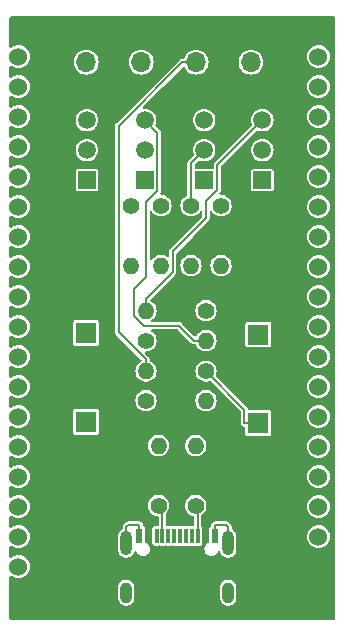
<source format=gbr>
%TF.GenerationSoftware,KiCad,Pcbnew,7.0.11-7.0.11~ubuntu22.04.1*%
%TF.CreationDate,2024-06-13T13:42:09+02:00*%
%TF.ProjectId,ESP-Pump-Interface,4553502d-5075-46d7-902d-496e74657266,rev?*%
%TF.SameCoordinates,Original*%
%TF.FileFunction,Copper,L1,Top*%
%TF.FilePolarity,Positive*%
%FSLAX46Y46*%
G04 Gerber Fmt 4.6, Leading zero omitted, Abs format (unit mm)*
G04 Created by KiCad (PCBNEW 7.0.11-7.0.11~ubuntu22.04.1) date 2024-06-13 13:42:09*
%MOMM*%
%LPD*%
G01*
G04 APERTURE LIST*
%TA.AperFunction,ComponentPad*%
%ADD10R,1.500000X1.500000*%
%TD*%
%TA.AperFunction,ComponentPad*%
%ADD11C,1.500000*%
%TD*%
%TA.AperFunction,ComponentPad*%
%ADD12C,1.400000*%
%TD*%
%TA.AperFunction,ComponentPad*%
%ADD13O,1.400000X1.400000*%
%TD*%
%TA.AperFunction,ComponentPad*%
%ADD14R,1.700000X1.700000*%
%TD*%
%TA.AperFunction,ComponentPad*%
%ADD15O,1.700000X1.700000*%
%TD*%
%TA.AperFunction,SMDPad,CuDef*%
%ADD16R,0.300000X1.240000*%
%TD*%
%TA.AperFunction,SMDPad,CuDef*%
%ADD17R,0.600000X1.240000*%
%TD*%
%TA.AperFunction,ComponentPad*%
%ADD18O,1.000000X2.100000*%
%TD*%
%TA.AperFunction,ComponentPad*%
%ADD19O,1.000000X1.800000*%
%TD*%
%TA.AperFunction,ComponentPad*%
%ADD20R,1.800000X1.800000*%
%TD*%
%TA.AperFunction,ComponentPad*%
%ADD21C,1.800000*%
%TD*%
%TA.AperFunction,ComponentPad*%
%ADD22C,1.524000*%
%TD*%
%TA.AperFunction,Conductor*%
%ADD23C,0.200000*%
%TD*%
G04 APERTURE END LIST*
D10*
%TO.P,Q1,1,E*%
%TO.N,GND*%
X134061200Y-58806600D03*
D11*
%TO.P,Q1,2,B*%
%TO.N,Pump1*%
X134061200Y-56266600D03*
%TO.P,Q1,3,C*%
%TO.N,Net-(Pump1-Pin_2)*%
X134061200Y-53726600D03*
%TD*%
D12*
%TO.P,R9,1*%
%TO.N,Net-(J1-CC2)*%
X143281800Y-86360000D03*
D13*
%TO.P,R9,2*%
%TO.N,GND*%
X143281800Y-81280000D03*
%TD*%
D14*
%TO.P,Pump1,1,Pin_1*%
%TO.N,+5V*%
X134005000Y-46278800D03*
D15*
%TO.P,Pump1,2,Pin_2*%
%TO.N,Net-(Pump1-Pin_2)*%
X134005000Y-48818800D03*
%TD*%
D12*
%TO.P,R8,1*%
%TO.N,Pump2*%
X145415000Y-60960000D03*
D13*
%TO.P,R8,2*%
%TO.N,GND*%
X145415000Y-66040000D03*
%TD*%
D12*
%TO.P,R10,1*%
%TO.N,Net-(J1-CC1)*%
X140131800Y-86360000D03*
D13*
%TO.P,R10,2*%
%TO.N,GND*%
X140131800Y-81280000D03*
%TD*%
D16*
%TO.P,J1,A5,CC1*%
%TO.N,Net-(J1-CC1)*%
X140458600Y-88926000D03*
%TO.P,J1,A6*%
%TO.N,N/C*%
X141458600Y-88926000D03*
%TO.P,J1,A7*%
X141958600Y-88926000D03*
%TO.P,J1,A8*%
X142958600Y-88926000D03*
D17*
%TO.P,J1,A9,VBUS*%
%TO.N,+5V*%
X144108600Y-88926000D03*
%TO.P,J1,A12,GND*%
%TO.N,GND*%
X144908600Y-88926000D03*
D16*
%TO.P,J1,B5,CC2*%
%TO.N,Net-(J1-CC2)*%
X143458600Y-88926000D03*
%TO.P,J1,B6*%
%TO.N,N/C*%
X142458600Y-88926000D03*
%TO.P,J1,B7*%
X140958600Y-88926000D03*
%TO.P,J1,B8*%
X139958600Y-88926000D03*
D17*
%TO.P,J1,B9,VBUS*%
%TO.N,+5V*%
X139308600Y-88926000D03*
%TO.P,J1,B12,GND*%
%TO.N,GND*%
X138508600Y-88926000D03*
D18*
%TO.P,J1,S1,SHIELD*%
X137388600Y-89526000D03*
D19*
X137388600Y-93726000D03*
D18*
X146028600Y-89526000D03*
D19*
X146028600Y-93726000D03*
%TD*%
D14*
%TO.P,Pump2,1,Pin_1*%
%TO.N,+5V*%
X138655000Y-46278800D03*
D15*
%TO.P,Pump2,2,Pin_2*%
%TO.N,Net-(Pump2-Pin_2)*%
X138655000Y-48818800D03*
%TD*%
D12*
%TO.P,R7,1*%
%TO.N,Net-(D4-K)*%
X144145000Y-69850000D03*
D13*
%TO.P,R7,2*%
%TO.N,Net-(Pump4-Pin_2)*%
X139065000Y-69850000D03*
%TD*%
D12*
%TO.P,R2,1*%
%TO.N,Net-(D1-K)*%
X139065000Y-77470000D03*
D13*
%TO.P,R2,2*%
%TO.N,Net-(Pump1-Pin_2)*%
X144145000Y-77470000D03*
%TD*%
D10*
%TO.P,Q2,1,E*%
%TO.N,GND*%
X138988800Y-58806600D03*
D11*
%TO.P,Q2,2,B*%
%TO.N,Pump2*%
X138988800Y-56266600D03*
%TO.P,Q2,3,C*%
%TO.N,Net-(Pump2-Pin_2)*%
X138988800Y-53726600D03*
%TD*%
D14*
%TO.P,Pump4,1,Pin_1*%
%TO.N,+5V*%
X147955000Y-46278800D03*
D15*
%TO.P,Pump4,2,Pin_2*%
%TO.N,Net-(Pump4-Pin_2)*%
X147955000Y-48818800D03*
%TD*%
D12*
%TO.P,R1,1*%
%TO.N,Pump1*%
X137795000Y-60960000D03*
D13*
%TO.P,R1,2*%
%TO.N,GND*%
X137795000Y-66040000D03*
%TD*%
D20*
%TO.P,D4,1,K*%
%TO.N,Net-(D4-K)*%
X148590000Y-71875000D03*
D21*
%TO.P,D4,2,A*%
%TO.N,+5V*%
X148590000Y-69335000D03*
%TD*%
D12*
%TO.P,R6,1*%
%TO.N,Pump1*%
X142875000Y-60960000D03*
D13*
%TO.P,R6,2*%
%TO.N,GND*%
X142875000Y-66040000D03*
%TD*%
D14*
%TO.P,Pump3,1,Pin_1*%
%TO.N,+5V*%
X143305000Y-46278800D03*
D15*
%TO.P,Pump3,2,Pin_2*%
%TO.N,Net-(Pump3-Pin_2)*%
X143305000Y-48818800D03*
%TD*%
D10*
%TO.P,Q4,1,E*%
%TO.N,GND*%
X148920200Y-58806600D03*
D11*
%TO.P,Q4,2,B*%
%TO.N,Pump2*%
X148920200Y-56266600D03*
%TO.P,Q4,3,C*%
%TO.N,Net-(Pump4-Pin_2)*%
X148920200Y-53726600D03*
%TD*%
D12*
%TO.P,R5,1*%
%TO.N,Net-(D3-K)*%
X144145000Y-74980000D03*
D13*
%TO.P,R5,2*%
%TO.N,Net-(Pump3-Pin_2)*%
X139065000Y-74980000D03*
%TD*%
D20*
%TO.P,D1,1,K*%
%TO.N,Net-(D1-K)*%
X133985000Y-79255000D03*
D21*
%TO.P,D1,2,A*%
%TO.N,+5V*%
X133985000Y-76715000D03*
%TD*%
D20*
%TO.P,D3,1,K*%
%TO.N,Net-(D3-K)*%
X148590000Y-79375000D03*
D21*
%TO.P,D3,2,A*%
%TO.N,+5V*%
X148590000Y-76835000D03*
%TD*%
D10*
%TO.P,Q3,1,E*%
%TO.N,GND*%
X143992600Y-58806600D03*
D11*
%TO.P,Q3,2,B*%
%TO.N,Pump1*%
X143992600Y-56266600D03*
%TO.P,Q3,3,C*%
%TO.N,Net-(Pump3-Pin_2)*%
X143992600Y-53726600D03*
%TD*%
D20*
%TO.P,D2,1,K*%
%TO.N,Net-(D2-K)*%
X133985000Y-71755000D03*
D21*
%TO.P,D2,2,A*%
%TO.N,+5V*%
X133985000Y-69215000D03*
%TD*%
D12*
%TO.P,R3,1*%
%TO.N,Net-(D2-K)*%
X139065000Y-72390000D03*
D13*
%TO.P,R3,2*%
%TO.N,Net-(Pump2-Pin_2)*%
X144145000Y-72390000D03*
%TD*%
D12*
%TO.P,R4,1*%
%TO.N,Pump2*%
X140335000Y-60960000D03*
D13*
%TO.P,R4,2*%
%TO.N,GND*%
X140335000Y-66040000D03*
%TD*%
D22*
%TO.P,U1,36,GPIO23_VSPI-MOSI*%
%TO.N,unconnected-(U1-GPIO23_VSPI-MOSI-Pad36)*%
X128270000Y-48347500D03*
%TO.P,U1,35,GPIO22_I2C-SCL*%
%TO.N,unconnected-(U1-GPIO22_I2C-SCL-Pad35)*%
X128270000Y-50887500D03*
%TO.P,U1,34,GPIO1_UART0-TX*%
%TO.N,unconnected-(U1-GPIO1_UART0-TX-Pad34)*%
X128270000Y-53427500D03*
%TO.P,U1,33,GPIO3__UART0-RX*%
%TO.N,unconnected-(U1-GPIO3__UART0-RX-Pad33)*%
X128270000Y-55967500D03*
%TO.P,U1,32,GPIO21_I2C-SDA*%
%TO.N,unconnected-(U1-GPIO21_I2C-SDA-Pad32)*%
X128270000Y-58507500D03*
%TO.P,U1,31,GPIO19_VSPI-MISO*%
%TO.N,unconnected-(U1-GPIO19_VSPI-MISO-Pad31)*%
X128270000Y-61047500D03*
%TO.P,U1,30,GPIO18_VSPI-CLK*%
%TO.N,unconnected-(U1-GPIO18_VSPI-CLK-Pad30)*%
X128270000Y-63587500D03*
%TO.P,U1,29,GPIO5_VSPI-CS0*%
%TO.N,unconnected-(U1-GPIO5_VSPI-CS0-Pad29)*%
X128270000Y-66127500D03*
%TO.P,U1,28,GPIO17_UART2-TX*%
%TO.N,unconnected-(U1-GPIO17_UART2-TX-Pad28)*%
X128270000Y-68667500D03*
%TO.P,U1,27,GPIO16_UART2-RX*%
%TO.N,unconnected-(U1-GPIO16_UART2-RX-Pad27)*%
X128270000Y-71207500D03*
%TO.P,U1,26,GPIO4_ADC2-CH0_RTC-GPIO10*%
%TO.N,unconnected-(U1-GPIO4_ADC2-CH0_RTC-GPIO10-Pad26)*%
X128270000Y-73747500D03*
%TO.P,U1,25,GPIO2_ADC2-CH2_RTC-GPIO12*%
%TO.N,unconnected-(U1-GPIO2_ADC2-CH2_RTC-GPIO12-Pad25)*%
X128270000Y-76287500D03*
%TO.P,U1,24,GPIO15_ADC2-CH3_HSPI-CS0_RTC-GPIO13*%
%TO.N,unconnected-(U1-GPIO15_ADC2-CH3_HSPI-CS0_RTC-GPIO13-Pad24)*%
X128270000Y-78827500D03*
%TO.P,U1,23,GPIO0_ADC2-CH1_RTC-GPIO11*%
%TO.N,unconnected-(U1-GPIO0_ADC2-CH1_RTC-GPIO11-Pad23)*%
X128270000Y-81367500D03*
%TO.P,U1,22,GPIO8_SDI/SD1*%
%TO.N,unconnected-(U1-GPIO8_SDI{slash}SD1-Pad22)*%
X128270000Y-83907500D03*
%TO.P,U1,21,GPIO7_SDO/SD0*%
%TO.N,unconnected-(U1-GPIO7_SDO{slash}SD0-Pad21)*%
X128270000Y-86447500D03*
%TO.P,U1,20,GPIO6_SCK/CLK*%
%TO.N,unconnected-(U1-GPIO6_SCK{slash}CLK-Pad20)*%
X128270000Y-88987500D03*
%TO.P,U1,19,3V3*%
%TO.N,unconnected-(U1-3V3-Pad19)*%
X128270000Y-91527500D03*
%TO.P,U1,18,VIN*%
%TO.N,+5V*%
X153670000Y-91527500D03*
%TO.P,U1,17,GND*%
%TO.N,GND*%
X153670000Y-88987500D03*
%TO.P,U1,16,GPIO11_CSC/CMD*%
%TO.N,unconnected-(U1-GPIO11_CSC{slash}CMD-Pad16)*%
X153670000Y-86447500D03*
%TO.P,U1,15,GPIO10_SWP/SD3*%
%TO.N,unconnected-(U1-GPIO10_SWP{slash}SD3-Pad15)*%
X153670000Y-83907500D03*
%TO.P,U1,14,GPIO9_SHD/SD2*%
%TO.N,unconnected-(U1-GPIO9_SHD{slash}SD2-Pad14)*%
X153670000Y-81367500D03*
%TO.P,U1,13,GPIO13_ADC2-CH4_HSPI-MOSI_RTC-GPIO14*%
%TO.N,unconnected-(U1-GPIO13_ADC2-CH4_HSPI-MOSI_RTC-GPIO14-Pad13)*%
X153670000Y-78827500D03*
%TO.P,U1,12,GPIO12_ADC2-CH5_HSPI-MISO_RTC-GPIO15*%
%TO.N,Pump1*%
X153670000Y-76287500D03*
%TO.P,U1,11,GPIO14_ADC2-CH6_HSPI-CLK_RTC-GPIO16*%
%TO.N,Pump2*%
X153670000Y-73747500D03*
%TO.P,U1,10,GPIO27_ADC2-CH7_RTC-GPIO17*%
%TO.N,Pump3*%
X153670000Y-71207500D03*
%TO.P,U1,9,GPIO26_ADC2-CH9_DAC2_RTC-GPIO7*%
%TO.N,Pump4*%
X153670000Y-68667500D03*
%TO.P,U1,8,GPIO25_ADC2-CH8_DAC1_RTC-GPIO6*%
%TO.N,unconnected-(U1-GPIO25_ADC2-CH8_DAC1_RTC-GPIO6-Pad8)*%
X153670000Y-66127500D03*
%TO.P,U1,7,GPIO33_ADC1-CH5_RTC-GPIO8*%
%TO.N,unconnected-(U1-GPIO33_ADC1-CH5_RTC-GPIO8-Pad7)*%
X153670000Y-63587500D03*
%TO.P,U1,6,GPIO32_ADC1-CH4_RTC-GPIO9*%
%TO.N,unconnected-(U1-GPIO32_ADC1-CH4_RTC-GPIO9-Pad6)*%
X153670000Y-61047500D03*
%TO.P,U1,5,GPIO35_ADC1-CH7_RTC-GPIO5*%
%TO.N,unconnected-(U1-GPIO35_ADC1-CH7_RTC-GPIO5-Pad5)*%
X153670000Y-58507500D03*
%TO.P,U1,4,GPIO34_ADC1-CH6_RTC-GPIO4*%
%TO.N,unconnected-(U1-GPIO34_ADC1-CH6_RTC-GPIO4-Pad4)*%
X153670000Y-55967500D03*
%TO.P,U1,3,GPIO39_ADC1-CH3_SENS-VN_RTC-GPIO3*%
%TO.N,unconnected-(U1-GPIO39_ADC1-CH3_SENS-VN_RTC-GPIO3-Pad3)*%
X153670000Y-53427500D03*
%TO.P,U1,2,GPIO36_ADC-CH0_SENS-VP_RTC-GPIO0*%
%TO.N,unconnected-(U1-GPIO36_ADC-CH0_SENS-VP_RTC-GPIO0-Pad2)*%
X153670000Y-50887500D03*
%TO.P,U1,1,EN*%
%TO.N,unconnected-(U1-EN-Pad1)*%
X153670000Y-48347500D03*
%TD*%
D23*
%TO.N,GND*%
X137558600Y-88005900D02*
X138508600Y-88005900D01*
X144908600Y-88926000D02*
X144908600Y-88005900D01*
X146028600Y-88175900D02*
X145858600Y-88005900D01*
X137388600Y-88175900D02*
X137558600Y-88005900D01*
X146028600Y-89526000D02*
X146028600Y-88175900D01*
X145858600Y-88005900D02*
X144908600Y-88005900D01*
X137388600Y-89526000D02*
X137388600Y-88175900D01*
X138508600Y-88926000D02*
X138508600Y-88005900D01*
%TO.N,Net-(Pump2-Pin_2)*%
X138870400Y-71120000D02*
X141874900Y-71120000D01*
X139065000Y-60693300D02*
X139065000Y-67040200D01*
X139065000Y-67040200D02*
X138054800Y-68050400D01*
X138988800Y-53726600D02*
X140040200Y-54778000D01*
X144145000Y-72390000D02*
X143144900Y-72390000D01*
X138054800Y-70304400D02*
X138870400Y-71120000D01*
X141874900Y-71120000D02*
X143144900Y-72390000D01*
X140040200Y-59718100D02*
X139065000Y-60693300D01*
X138054800Y-68050400D02*
X138054800Y-70304400D01*
X140040200Y-54778000D02*
X140040200Y-59718100D01*
%TO.N,Net-(Pump3-Pin_2)*%
X143305000Y-48818800D02*
X142154900Y-48818800D01*
X136746000Y-71660900D02*
X139065000Y-73979900D01*
X139065000Y-74980000D02*
X139065000Y-73979900D01*
X142154900Y-48818800D02*
X136746000Y-54227700D01*
X136746000Y-54227700D02*
X136746000Y-71660900D01*
%TO.N,Net-(Pump4-Pin_2)*%
X144145000Y-60601600D02*
X144145000Y-62041200D01*
X145103800Y-59642800D02*
X144145000Y-60601600D01*
X141341700Y-66573200D02*
X139065000Y-68849900D01*
X141341700Y-64844500D02*
X141341700Y-66573200D01*
X145103800Y-57543000D02*
X145103800Y-59642800D01*
X144145000Y-62041200D02*
X141341700Y-64844500D01*
X139065000Y-69850000D02*
X139065000Y-68849900D01*
X148920200Y-53726600D02*
X145103800Y-57543000D01*
%TO.N,Pump1*%
X142875000Y-60960000D02*
X142875000Y-57384200D01*
X142875000Y-57384200D02*
X143992600Y-56266600D01*
%TO.N,Net-(D3-K)*%
X147389900Y-78224900D02*
X144145000Y-74980000D01*
X148590000Y-79375000D02*
X147389900Y-79375000D01*
X147389900Y-79375000D02*
X147389900Y-78224900D01*
%TO.N,Net-(J1-CC1)*%
X140458600Y-88926000D02*
X140458600Y-86686800D01*
X140458600Y-86686800D02*
X140131800Y-86360000D01*
%TO.N,Net-(J1-CC2)*%
X143458600Y-88926000D02*
X143458600Y-86536800D01*
X143458600Y-86536800D02*
X143281800Y-86360000D01*
%TD*%
%TA.AperFunction,Conductor*%
%TO.N,+5V*%
G36*
X155017539Y-44970185D02*
G01*
X155063294Y-45022989D01*
X155074500Y-45074500D01*
X155074500Y-95895500D01*
X155054815Y-95962539D01*
X155002011Y-96008294D01*
X154950500Y-96019500D01*
X127624500Y-96019500D01*
X127557461Y-95999815D01*
X127511706Y-95947011D01*
X127500500Y-95895500D01*
X127500500Y-94168374D01*
X136688100Y-94168374D01*
X136703459Y-94294868D01*
X136703460Y-94294874D01*
X136763782Y-94453931D01*
X136826075Y-94544177D01*
X136860417Y-94593929D01*
X136966105Y-94687560D01*
X136987750Y-94706736D01*
X137138373Y-94785789D01*
X137138375Y-94785790D01*
X137303544Y-94826500D01*
X137473656Y-94826500D01*
X137638825Y-94785790D01*
X137718292Y-94744081D01*
X137789449Y-94706736D01*
X137789450Y-94706734D01*
X137789452Y-94706734D01*
X137916783Y-94593929D01*
X138013418Y-94453930D01*
X138073740Y-94294872D01*
X138089100Y-94168374D01*
X145328100Y-94168374D01*
X145343459Y-94294868D01*
X145343460Y-94294874D01*
X145403782Y-94453931D01*
X145466075Y-94544177D01*
X145500417Y-94593929D01*
X145606105Y-94687560D01*
X145627750Y-94706736D01*
X145778373Y-94785789D01*
X145778375Y-94785790D01*
X145943544Y-94826500D01*
X146113656Y-94826500D01*
X146278825Y-94785790D01*
X146358292Y-94744081D01*
X146429449Y-94706736D01*
X146429450Y-94706734D01*
X146429452Y-94706734D01*
X146556783Y-94593929D01*
X146653418Y-94453930D01*
X146713740Y-94294872D01*
X146729100Y-94168372D01*
X146729100Y-93283628D01*
X146713740Y-93157128D01*
X146653418Y-92998070D01*
X146556783Y-92858071D01*
X146429452Y-92745266D01*
X146429449Y-92745263D01*
X146278826Y-92666210D01*
X146113656Y-92625500D01*
X145943544Y-92625500D01*
X145778373Y-92666210D01*
X145627750Y-92745263D01*
X145500416Y-92858072D01*
X145403782Y-92998068D01*
X145343460Y-93157125D01*
X145343459Y-93157131D01*
X145328100Y-93283625D01*
X145328100Y-94168374D01*
X138089100Y-94168374D01*
X138089100Y-94168372D01*
X138089100Y-93283628D01*
X138073740Y-93157128D01*
X138013418Y-92998070D01*
X137916783Y-92858071D01*
X137789452Y-92745266D01*
X137789449Y-92745263D01*
X137638826Y-92666210D01*
X137473656Y-92625500D01*
X137303544Y-92625500D01*
X137138373Y-92666210D01*
X136987750Y-92745263D01*
X136860416Y-92858072D01*
X136763782Y-92998068D01*
X136703460Y-93157125D01*
X136703459Y-93157131D01*
X136688100Y-93283625D01*
X136688100Y-94168374D01*
X127500500Y-94168374D01*
X127500500Y-92403296D01*
X127520185Y-92336257D01*
X127572989Y-92290502D01*
X127642147Y-92280558D01*
X127703165Y-92307443D01*
X127732674Y-92331661D01*
X127732681Y-92331665D01*
X127899877Y-92421033D01*
X127899878Y-92421033D01*
X127899885Y-92421037D01*
X128081317Y-92476073D01*
X128081316Y-92476073D01*
X128098233Y-92477739D01*
X128270000Y-92494657D01*
X128458683Y-92476073D01*
X128640115Y-92421037D01*
X128807324Y-92331662D01*
X128953883Y-92211383D01*
X129074162Y-92064824D01*
X129163537Y-91897615D01*
X129218573Y-91716183D01*
X129237157Y-91527500D01*
X129218573Y-91338817D01*
X129163537Y-91157385D01*
X129074162Y-90990176D01*
X129074161Y-90990174D01*
X128953883Y-90843616D01*
X128807325Y-90723338D01*
X128807318Y-90723334D01*
X128640122Y-90633966D01*
X128640119Y-90633965D01*
X128640118Y-90633964D01*
X128640115Y-90633963D01*
X128458683Y-90578927D01*
X128458681Y-90578926D01*
X128458683Y-90578926D01*
X128270000Y-90560343D01*
X128081318Y-90578926D01*
X127989803Y-90606687D01*
X127899885Y-90633963D01*
X127899882Y-90633964D01*
X127899880Y-90633965D01*
X127899877Y-90633966D01*
X127732681Y-90723334D01*
X127732674Y-90723338D01*
X127703164Y-90747557D01*
X127638853Y-90774869D01*
X127569986Y-90763077D01*
X127518426Y-90715925D01*
X127500500Y-90651703D01*
X127500500Y-90118374D01*
X136688100Y-90118374D01*
X136703459Y-90244868D01*
X136703460Y-90244874D01*
X136763782Y-90403931D01*
X136800034Y-90456450D01*
X136860417Y-90543929D01*
X136947976Y-90621499D01*
X136987750Y-90656736D01*
X137114642Y-90723334D01*
X137138375Y-90735790D01*
X137303544Y-90776500D01*
X137473656Y-90776500D01*
X137638825Y-90735790D01*
X137718292Y-90694081D01*
X137789449Y-90656736D01*
X137789450Y-90656734D01*
X137789452Y-90656734D01*
X137916783Y-90543929D01*
X138013418Y-90403930D01*
X138060535Y-90279688D01*
X138102712Y-90223987D01*
X138168309Y-90199929D01*
X138236500Y-90215155D01*
X138285634Y-90264831D01*
X138291038Y-90276207D01*
X138292480Y-90279689D01*
X138315902Y-90336233D01*
X138408149Y-90456451D01*
X138528367Y-90548698D01*
X138668364Y-90606687D01*
X138780880Y-90621500D01*
X138780887Y-90621500D01*
X138856313Y-90621500D01*
X138856320Y-90621500D01*
X138968836Y-90606687D01*
X139108833Y-90548698D01*
X139229051Y-90456451D01*
X139321298Y-90336233D01*
X139379287Y-90196236D01*
X139399066Y-90046000D01*
X144018134Y-90046000D01*
X144037912Y-90196234D01*
X144037913Y-90196236D01*
X144072480Y-90279689D01*
X144095902Y-90336233D01*
X144188149Y-90456451D01*
X144308367Y-90548698D01*
X144448364Y-90606687D01*
X144560880Y-90621500D01*
X144560887Y-90621500D01*
X144636313Y-90621500D01*
X144636320Y-90621500D01*
X144748836Y-90606687D01*
X144888833Y-90548698D01*
X145009051Y-90456451D01*
X145101298Y-90336233D01*
X145126161Y-90276206D01*
X145170001Y-90221805D01*
X145236295Y-90199739D01*
X145303994Y-90217018D01*
X145351605Y-90268154D01*
X145356664Y-90279689D01*
X145403782Y-90403930D01*
X145403782Y-90403931D01*
X145440034Y-90456450D01*
X145500417Y-90543929D01*
X145587976Y-90621499D01*
X145627750Y-90656736D01*
X145754642Y-90723334D01*
X145778375Y-90735790D01*
X145943544Y-90776500D01*
X146113656Y-90776500D01*
X146278825Y-90735790D01*
X146358292Y-90694081D01*
X146429449Y-90656736D01*
X146429450Y-90656734D01*
X146429452Y-90656734D01*
X146556783Y-90543929D01*
X146653418Y-90403930D01*
X146713740Y-90244872D01*
X146729100Y-90118372D01*
X146729100Y-88987500D01*
X152702843Y-88987500D01*
X152721426Y-89176181D01*
X152721427Y-89176183D01*
X152776463Y-89357615D01*
X152776464Y-89357618D01*
X152776465Y-89357619D01*
X152776466Y-89357622D01*
X152865834Y-89524818D01*
X152865838Y-89524825D01*
X152986116Y-89671383D01*
X153132674Y-89791661D01*
X153132681Y-89791665D01*
X153299877Y-89881033D01*
X153299878Y-89881033D01*
X153299885Y-89881037D01*
X153481317Y-89936073D01*
X153481316Y-89936073D01*
X153498233Y-89937739D01*
X153670000Y-89954657D01*
X153858683Y-89936073D01*
X154040115Y-89881037D01*
X154207324Y-89791662D01*
X154353883Y-89671383D01*
X154474162Y-89524824D01*
X154563537Y-89357615D01*
X154618573Y-89176183D01*
X154637157Y-88987500D01*
X154618573Y-88798817D01*
X154563537Y-88617385D01*
X154505108Y-88508072D01*
X154474165Y-88450181D01*
X154474161Y-88450174D01*
X154353883Y-88303616D01*
X154207325Y-88183338D01*
X154207318Y-88183334D01*
X154040122Y-88093966D01*
X154040119Y-88093965D01*
X154040118Y-88093964D01*
X154040115Y-88093963D01*
X153858683Y-88038927D01*
X153858681Y-88038926D01*
X153858683Y-88038926D01*
X153670000Y-88020343D01*
X153481318Y-88038926D01*
X153393825Y-88065467D01*
X153299885Y-88093963D01*
X153299882Y-88093964D01*
X153299880Y-88093965D01*
X153299877Y-88093966D01*
X153132681Y-88183334D01*
X153132674Y-88183338D01*
X152986116Y-88303616D01*
X152865838Y-88450174D01*
X152865834Y-88450181D01*
X152776466Y-88617377D01*
X152776465Y-88617380D01*
X152776464Y-88617382D01*
X152776463Y-88617385D01*
X152767156Y-88648068D01*
X152721426Y-88798818D01*
X152702843Y-88987500D01*
X146729100Y-88987500D01*
X146729100Y-88933628D01*
X146713740Y-88807128D01*
X146710588Y-88798818D01*
X146653417Y-88648068D01*
X146619076Y-88598318D01*
X146556783Y-88508071D01*
X146429452Y-88395266D01*
X146423918Y-88392361D01*
X146395472Y-88377431D01*
X146345261Y-88328846D01*
X146329100Y-88267636D01*
X146329100Y-88243036D01*
X146330289Y-88225905D01*
X146331371Y-88218139D01*
X146331373Y-88218135D01*
X146329232Y-88171820D01*
X146329100Y-88166095D01*
X146329100Y-88148059D01*
X146328646Y-88143166D01*
X146327417Y-88132580D01*
X146326185Y-88105908D01*
X146323388Y-88099575D01*
X146314932Y-88072268D01*
X146313661Y-88065467D01*
X146299599Y-88042756D01*
X146291598Y-88027578D01*
X146280806Y-88003135D01*
X146275909Y-87998238D01*
X146258163Y-87975834D01*
X146254769Y-87970353D01*
X146254519Y-87969948D01*
X146254518Y-87969947D01*
X146254517Y-87969946D01*
X146233202Y-87953850D01*
X146220248Y-87942577D01*
X146118562Y-87840891D01*
X146107287Y-87827935D01*
X146102555Y-87821668D01*
X146068283Y-87790425D01*
X146064160Y-87786489D01*
X146051397Y-87773726D01*
X146051396Y-87773725D01*
X146051394Y-87773723D01*
X146047677Y-87770637D01*
X146039279Y-87763984D01*
X146019533Y-87745984D01*
X146013070Y-87743480D01*
X145987792Y-87730156D01*
X145982081Y-87726244D01*
X145982078Y-87726243D01*
X145982079Y-87726243D01*
X145956083Y-87720128D01*
X145939689Y-87715051D01*
X145914774Y-87705400D01*
X145914773Y-87705400D01*
X145907849Y-87705400D01*
X145879458Y-87702106D01*
X145872719Y-87700521D01*
X145846266Y-87704211D01*
X145829136Y-87705400D01*
X144967815Y-87705400D01*
X144945857Y-87702337D01*
X144936808Y-87701499D01*
X144936807Y-87701499D01*
X144907540Y-87704211D01*
X144900417Y-87704871D01*
X144888976Y-87705400D01*
X144880754Y-87705400D01*
X144872669Y-87706911D01*
X144861339Y-87708491D01*
X144824939Y-87711864D01*
X144816244Y-87714338D01*
X144806608Y-87717568D01*
X144798163Y-87720840D01*
X144767094Y-87740076D01*
X144757096Y-87745646D01*
X144724369Y-87761942D01*
X144717147Y-87767396D01*
X144709351Y-87773870D01*
X144702644Y-87779984D01*
X144680626Y-87809141D01*
X144673313Y-87817948D01*
X144648685Y-87844964D01*
X144643922Y-87852656D01*
X144638985Y-87861520D01*
X144634943Y-87869637D01*
X144624943Y-87904784D01*
X144621304Y-87915641D01*
X144608099Y-87949726D01*
X144606429Y-87958662D01*
X144605037Y-87968645D01*
X144604199Y-87977691D01*
X144605479Y-87991506D01*
X144592064Y-88060076D01*
X144543707Y-88110508D01*
X144530765Y-88116867D01*
X144464047Y-88161447D01*
X144419732Y-88227769D01*
X144419731Y-88227770D01*
X144408100Y-88286247D01*
X144408100Y-89419137D01*
X144388415Y-89486176D01*
X144335611Y-89531931D01*
X144331555Y-89533697D01*
X144308368Y-89543301D01*
X144308367Y-89543302D01*
X144188149Y-89635549D01*
X144107573Y-89740558D01*
X144095900Y-89755770D01*
X144037913Y-89895763D01*
X144037912Y-89895765D01*
X144018134Y-90045999D01*
X144018134Y-90046000D01*
X139399066Y-90046000D01*
X139379287Y-89895764D01*
X139321298Y-89755767D01*
X139229051Y-89635549D01*
X139108833Y-89543302D01*
X139085644Y-89533696D01*
X139031242Y-89489855D01*
X139009179Y-89423560D01*
X139009100Y-89419137D01*
X139009100Y-88286249D01*
X139009099Y-88286247D01*
X138997468Y-88227770D01*
X138997467Y-88227769D01*
X138953152Y-88161447D01*
X138876677Y-88110348D01*
X138877341Y-88109353D01*
X138832766Y-88073432D01*
X138811151Y-88014151D01*
X138809627Y-87997702D01*
X138809100Y-87986276D01*
X138809100Y-87978055D01*
X138807590Y-87969979D01*
X138806007Y-87958631D01*
X138802635Y-87922240D01*
X138800148Y-87913499D01*
X138796950Y-87903959D01*
X138793661Y-87895470D01*
X138793661Y-87895467D01*
X138793659Y-87895464D01*
X138793658Y-87895461D01*
X138774421Y-87864392D01*
X138768852Y-87854396D01*
X138752558Y-87821672D01*
X138752556Y-87821670D01*
X138752555Y-87821668D01*
X138747075Y-87814411D01*
X138740661Y-87806686D01*
X138734516Y-87799945D01*
X138705350Y-87777920D01*
X138696549Y-87770612D01*
X138669533Y-87745984D01*
X138669531Y-87745983D01*
X138669529Y-87745981D01*
X138661832Y-87741215D01*
X138652990Y-87736290D01*
X138644864Y-87732243D01*
X138609720Y-87722244D01*
X138598865Y-87718606D01*
X138564772Y-87705399D01*
X138555836Y-87703729D01*
X138545857Y-87702337D01*
X138536808Y-87701499D01*
X138536807Y-87701499D01*
X138507540Y-87704211D01*
X138500417Y-87704871D01*
X138488976Y-87705400D01*
X137625738Y-87705400D01*
X137608610Y-87704211D01*
X137600838Y-87703127D01*
X137600835Y-87703127D01*
X137560572Y-87704988D01*
X137554520Y-87705268D01*
X137548795Y-87705400D01*
X137530756Y-87705400D01*
X137530751Y-87705400D01*
X137525926Y-87705848D01*
X137515297Y-87707081D01*
X137488608Y-87708315D01*
X137482263Y-87711115D01*
X137454980Y-87719565D01*
X137448168Y-87720838D01*
X137448167Y-87720839D01*
X137425457Y-87734899D01*
X137410278Y-87742900D01*
X137385835Y-87753693D01*
X137380936Y-87758593D01*
X137358542Y-87776331D01*
X137352648Y-87779980D01*
X137336549Y-87801298D01*
X137325279Y-87814248D01*
X137223586Y-87915941D01*
X137210635Y-87927212D01*
X137204367Y-87931944D01*
X137173122Y-87966218D01*
X137169174Y-87970353D01*
X137156427Y-87983100D01*
X137153346Y-87986811D01*
X137146685Y-87995219D01*
X137128683Y-88014966D01*
X137128683Y-88014967D01*
X137126178Y-88021433D01*
X137112859Y-88046702D01*
X137108945Y-88052415D01*
X137108943Y-88052420D01*
X137102828Y-88078417D01*
X137097751Y-88094813D01*
X137088100Y-88119726D01*
X137088100Y-88126651D01*
X137084806Y-88155041D01*
X137083221Y-88161777D01*
X137083221Y-88161782D01*
X137086911Y-88188233D01*
X137088100Y-88205364D01*
X137088100Y-88267636D01*
X137068415Y-88334675D01*
X137021728Y-88377431D01*
X136987751Y-88395264D01*
X136987748Y-88395266D01*
X136925770Y-88450174D01*
X136860416Y-88508072D01*
X136763782Y-88648068D01*
X136703460Y-88807125D01*
X136703459Y-88807131D01*
X136688100Y-88933625D01*
X136688100Y-90118374D01*
X127500500Y-90118374D01*
X127500500Y-89863296D01*
X127520185Y-89796257D01*
X127572989Y-89750502D01*
X127642147Y-89740558D01*
X127703165Y-89767443D01*
X127732674Y-89791661D01*
X127732681Y-89791665D01*
X127899877Y-89881033D01*
X127899878Y-89881033D01*
X127899885Y-89881037D01*
X128081317Y-89936073D01*
X128081316Y-89936073D01*
X128098233Y-89937739D01*
X128270000Y-89954657D01*
X128458683Y-89936073D01*
X128640115Y-89881037D01*
X128807324Y-89791662D01*
X128953883Y-89671383D01*
X129074162Y-89524824D01*
X129163537Y-89357615D01*
X129218573Y-89176183D01*
X129237157Y-88987500D01*
X129218573Y-88798817D01*
X129163537Y-88617385D01*
X129105108Y-88508072D01*
X129074165Y-88450181D01*
X129074161Y-88450174D01*
X128953883Y-88303616D01*
X128807325Y-88183338D01*
X128807318Y-88183334D01*
X128640122Y-88093966D01*
X128640119Y-88093965D01*
X128640118Y-88093964D01*
X128640115Y-88093963D01*
X128458683Y-88038927D01*
X128458681Y-88038926D01*
X128458683Y-88038926D01*
X128270000Y-88020343D01*
X128081318Y-88038926D01*
X127993825Y-88065467D01*
X127899885Y-88093963D01*
X127899882Y-88093964D01*
X127899880Y-88093965D01*
X127899877Y-88093966D01*
X127732681Y-88183334D01*
X127732674Y-88183338D01*
X127703164Y-88207557D01*
X127638853Y-88234869D01*
X127569986Y-88223077D01*
X127518426Y-88175925D01*
X127500500Y-88111703D01*
X127500500Y-87323296D01*
X127520185Y-87256257D01*
X127572989Y-87210502D01*
X127642147Y-87200558D01*
X127703165Y-87227443D01*
X127732674Y-87251661D01*
X127732681Y-87251665D01*
X127899877Y-87341033D01*
X127899878Y-87341033D01*
X127899885Y-87341037D01*
X128081317Y-87396073D01*
X128081316Y-87396073D01*
X128098233Y-87397739D01*
X128270000Y-87414657D01*
X128458683Y-87396073D01*
X128640115Y-87341037D01*
X128807324Y-87251662D01*
X128953883Y-87131383D01*
X129074162Y-86984824D01*
X129163537Y-86817615D01*
X129218573Y-86636183D01*
X129237157Y-86447500D01*
X129228539Y-86360000D01*
X139226340Y-86360000D01*
X139246126Y-86548256D01*
X139246127Y-86548259D01*
X139304618Y-86728277D01*
X139304621Y-86728284D01*
X139399267Y-86892216D01*
X139504499Y-87009088D01*
X139525929Y-87032888D01*
X139679065Y-87144148D01*
X139679070Y-87144151D01*
X139851992Y-87221142D01*
X139851997Y-87221144D01*
X140037154Y-87260500D01*
X140037155Y-87260500D01*
X140043622Y-87261180D01*
X140043406Y-87263232D01*
X140101139Y-87280185D01*
X140146894Y-87332989D01*
X140158100Y-87384500D01*
X140158100Y-87981500D01*
X140138415Y-88048539D01*
X140085611Y-88094294D01*
X140034100Y-88105500D01*
X139788847Y-88105500D01*
X139730370Y-88117131D01*
X139730369Y-88117132D01*
X139664047Y-88161447D01*
X139619732Y-88227769D01*
X139619731Y-88227770D01*
X139608100Y-88286247D01*
X139608100Y-89565752D01*
X139619731Y-89624229D01*
X139619732Y-89624230D01*
X139664047Y-89690552D01*
X139730369Y-89734867D01*
X139730370Y-89734868D01*
X139788847Y-89746499D01*
X139788850Y-89746500D01*
X139788852Y-89746500D01*
X140128350Y-89746500D01*
X140184408Y-89735349D01*
X140232792Y-89735349D01*
X140288849Y-89746500D01*
X140288852Y-89746500D01*
X140628350Y-89746500D01*
X140684408Y-89735349D01*
X140732792Y-89735349D01*
X140788849Y-89746500D01*
X140788852Y-89746500D01*
X141128350Y-89746500D01*
X141184408Y-89735349D01*
X141232792Y-89735349D01*
X141288849Y-89746500D01*
X141288852Y-89746500D01*
X141628350Y-89746500D01*
X141684408Y-89735349D01*
X141732792Y-89735349D01*
X141788849Y-89746500D01*
X141788852Y-89746500D01*
X142128350Y-89746500D01*
X142184408Y-89735349D01*
X142232792Y-89735349D01*
X142288849Y-89746500D01*
X142288852Y-89746500D01*
X142628350Y-89746500D01*
X142684408Y-89735349D01*
X142732792Y-89735349D01*
X142788849Y-89746500D01*
X142788852Y-89746500D01*
X143128350Y-89746500D01*
X143184408Y-89735349D01*
X143232792Y-89735349D01*
X143288849Y-89746500D01*
X143288852Y-89746500D01*
X143628350Y-89746500D01*
X143628351Y-89746499D01*
X143643168Y-89743552D01*
X143686829Y-89734868D01*
X143686829Y-89734867D01*
X143686831Y-89734867D01*
X143753152Y-89690552D01*
X143797467Y-89624231D01*
X143797467Y-89624229D01*
X143797468Y-89624229D01*
X143809099Y-89565752D01*
X143809100Y-89565750D01*
X143809100Y-88286249D01*
X143809099Y-88286247D01*
X143797468Y-88227773D01*
X143797467Y-88227770D01*
X143797467Y-88227769D01*
X143779996Y-88201622D01*
X143759120Y-88134947D01*
X143759100Y-88132734D01*
X143759100Y-87189481D01*
X143778785Y-87122442D01*
X143810215Y-87089163D01*
X143839182Y-87068116D01*
X143887671Y-87032888D01*
X144014333Y-86892216D01*
X144108979Y-86728284D01*
X144167474Y-86548256D01*
X144178064Y-86447500D01*
X152702843Y-86447500D01*
X152721426Y-86636181D01*
X152721427Y-86636183D01*
X152776463Y-86817615D01*
X152776464Y-86817618D01*
X152776465Y-86817619D01*
X152776466Y-86817622D01*
X152865834Y-86984818D01*
X152865838Y-86984825D01*
X152986116Y-87131383D01*
X153132674Y-87251661D01*
X153132681Y-87251665D01*
X153299877Y-87341033D01*
X153299878Y-87341033D01*
X153299885Y-87341037D01*
X153481317Y-87396073D01*
X153481316Y-87396073D01*
X153498233Y-87397739D01*
X153670000Y-87414657D01*
X153858683Y-87396073D01*
X154040115Y-87341037D01*
X154207324Y-87251662D01*
X154353883Y-87131383D01*
X154474162Y-86984824D01*
X154563537Y-86817615D01*
X154618573Y-86636183D01*
X154637157Y-86447500D01*
X154618573Y-86258817D01*
X154563537Y-86077385D01*
X154563533Y-86077377D01*
X154474165Y-85910181D01*
X154474161Y-85910174D01*
X154353883Y-85763616D01*
X154207325Y-85643338D01*
X154207318Y-85643334D01*
X154040122Y-85553966D01*
X154040119Y-85553965D01*
X154040118Y-85553964D01*
X154040115Y-85553963D01*
X153858683Y-85498927D01*
X153858681Y-85498926D01*
X153858683Y-85498926D01*
X153670000Y-85480343D01*
X153481318Y-85498926D01*
X153374194Y-85531421D01*
X153299885Y-85553963D01*
X153299882Y-85553964D01*
X153299880Y-85553965D01*
X153299877Y-85553966D01*
X153132681Y-85643334D01*
X153132674Y-85643338D01*
X152986116Y-85763616D01*
X152865838Y-85910174D01*
X152865834Y-85910181D01*
X152776466Y-86077377D01*
X152776465Y-86077380D01*
X152721426Y-86258818D01*
X152702843Y-86447500D01*
X144178064Y-86447500D01*
X144187260Y-86360000D01*
X144167474Y-86171744D01*
X144108979Y-85991716D01*
X144014333Y-85827784D01*
X143887671Y-85687112D01*
X143887670Y-85687111D01*
X143734534Y-85575851D01*
X143734529Y-85575848D01*
X143561607Y-85498857D01*
X143561602Y-85498855D01*
X143415801Y-85467865D01*
X143376446Y-85459500D01*
X143187154Y-85459500D01*
X143154697Y-85466398D01*
X143001997Y-85498855D01*
X143001992Y-85498857D01*
X142829070Y-85575848D01*
X142829065Y-85575851D01*
X142675929Y-85687111D01*
X142549266Y-85827785D01*
X142454621Y-85991715D01*
X142454618Y-85991722D01*
X142426785Y-86077385D01*
X142396126Y-86171744D01*
X142376340Y-86360000D01*
X142396126Y-86548256D01*
X142396127Y-86548259D01*
X142454618Y-86728277D01*
X142454621Y-86728284D01*
X142549267Y-86892216D01*
X142654499Y-87009088D01*
X142675929Y-87032888D01*
X142829065Y-87144148D01*
X142829070Y-87144151D01*
X142955760Y-87200558D01*
X143001997Y-87221144D01*
X143059883Y-87233447D01*
X143121362Y-87266639D01*
X143155139Y-87327801D01*
X143158100Y-87354737D01*
X143158100Y-87981500D01*
X143138415Y-88048539D01*
X143085611Y-88094294D01*
X143034100Y-88105500D01*
X142788852Y-88105500D01*
X142732790Y-88116651D01*
X142684410Y-88116651D01*
X142628348Y-88105500D01*
X142288852Y-88105500D01*
X142232790Y-88116651D01*
X142184410Y-88116651D01*
X142128348Y-88105500D01*
X141788852Y-88105500D01*
X141732790Y-88116651D01*
X141684410Y-88116651D01*
X141628348Y-88105500D01*
X141288852Y-88105500D01*
X141232790Y-88116651D01*
X141184410Y-88116651D01*
X141128348Y-88105500D01*
X140883100Y-88105500D01*
X140816061Y-88085815D01*
X140770306Y-88033011D01*
X140759100Y-87981500D01*
X140759100Y-87056688D01*
X140778785Y-86989649D01*
X140790950Y-86973716D01*
X140809562Y-86953043D01*
X140864333Y-86892216D01*
X140958979Y-86728284D01*
X141017474Y-86548256D01*
X141037260Y-86360000D01*
X141017474Y-86171744D01*
X140958979Y-85991716D01*
X140864333Y-85827784D01*
X140737671Y-85687112D01*
X140737670Y-85687111D01*
X140584534Y-85575851D01*
X140584529Y-85575848D01*
X140411607Y-85498857D01*
X140411602Y-85498855D01*
X140265801Y-85467865D01*
X140226446Y-85459500D01*
X140037154Y-85459500D01*
X140004697Y-85466398D01*
X139851997Y-85498855D01*
X139851992Y-85498857D01*
X139679070Y-85575848D01*
X139679065Y-85575851D01*
X139525929Y-85687111D01*
X139399266Y-85827785D01*
X139304621Y-85991715D01*
X139304618Y-85991722D01*
X139276785Y-86077385D01*
X139246126Y-86171744D01*
X139226340Y-86360000D01*
X129228539Y-86360000D01*
X129218573Y-86258817D01*
X129163537Y-86077385D01*
X129163533Y-86077377D01*
X129074165Y-85910181D01*
X129074161Y-85910174D01*
X128953883Y-85763616D01*
X128807325Y-85643338D01*
X128807318Y-85643334D01*
X128640122Y-85553966D01*
X128640119Y-85553965D01*
X128640118Y-85553964D01*
X128640115Y-85553963D01*
X128458683Y-85498927D01*
X128458681Y-85498926D01*
X128458683Y-85498926D01*
X128270000Y-85480343D01*
X128081318Y-85498926D01*
X127974194Y-85531421D01*
X127899885Y-85553963D01*
X127899882Y-85553964D01*
X127899880Y-85553965D01*
X127899877Y-85553966D01*
X127732681Y-85643334D01*
X127732674Y-85643338D01*
X127703164Y-85667557D01*
X127638853Y-85694869D01*
X127569986Y-85683077D01*
X127518426Y-85635925D01*
X127500500Y-85571703D01*
X127500500Y-84783296D01*
X127520185Y-84716257D01*
X127572989Y-84670502D01*
X127642147Y-84660558D01*
X127703165Y-84687443D01*
X127732674Y-84711661D01*
X127732681Y-84711665D01*
X127899877Y-84801033D01*
X127899878Y-84801033D01*
X127899885Y-84801037D01*
X128081317Y-84856073D01*
X128081316Y-84856073D01*
X128098233Y-84857739D01*
X128270000Y-84874657D01*
X128458683Y-84856073D01*
X128640115Y-84801037D01*
X128807324Y-84711662D01*
X128953883Y-84591383D01*
X129074162Y-84444824D01*
X129163537Y-84277615D01*
X129218573Y-84096183D01*
X129237157Y-83907500D01*
X152702843Y-83907500D01*
X152721426Y-84096181D01*
X152721427Y-84096183D01*
X152776463Y-84277615D01*
X152776464Y-84277618D01*
X152776465Y-84277619D01*
X152776466Y-84277622D01*
X152865834Y-84444818D01*
X152865838Y-84444825D01*
X152986116Y-84591383D01*
X153132674Y-84711661D01*
X153132681Y-84711665D01*
X153299877Y-84801033D01*
X153299878Y-84801033D01*
X153299885Y-84801037D01*
X153481317Y-84856073D01*
X153481316Y-84856073D01*
X153498233Y-84857739D01*
X153670000Y-84874657D01*
X153858683Y-84856073D01*
X154040115Y-84801037D01*
X154207324Y-84711662D01*
X154353883Y-84591383D01*
X154474162Y-84444824D01*
X154563537Y-84277615D01*
X154618573Y-84096183D01*
X154637157Y-83907500D01*
X154618573Y-83718817D01*
X154563537Y-83537385D01*
X154474162Y-83370176D01*
X154474161Y-83370174D01*
X154353883Y-83223616D01*
X154207325Y-83103338D01*
X154207318Y-83103334D01*
X154040122Y-83013966D01*
X154040119Y-83013965D01*
X154040118Y-83013964D01*
X154040115Y-83013963D01*
X153858683Y-82958927D01*
X153858681Y-82958926D01*
X153858683Y-82958926D01*
X153670000Y-82940343D01*
X153481318Y-82958926D01*
X153374194Y-82991421D01*
X153299885Y-83013963D01*
X153299882Y-83013964D01*
X153299880Y-83013965D01*
X153299877Y-83013966D01*
X153132681Y-83103334D01*
X153132674Y-83103338D01*
X152986116Y-83223616D01*
X152865838Y-83370174D01*
X152865834Y-83370181D01*
X152776466Y-83537377D01*
X152776465Y-83537380D01*
X152721426Y-83718818D01*
X152702843Y-83907500D01*
X129237157Y-83907500D01*
X129218573Y-83718817D01*
X129163537Y-83537385D01*
X129074162Y-83370176D01*
X129074161Y-83370174D01*
X128953883Y-83223616D01*
X128807325Y-83103338D01*
X128807318Y-83103334D01*
X128640122Y-83013966D01*
X128640119Y-83013965D01*
X128640118Y-83013964D01*
X128640115Y-83013963D01*
X128458683Y-82958927D01*
X128458681Y-82958926D01*
X128458683Y-82958926D01*
X128270000Y-82940343D01*
X128081318Y-82958926D01*
X127974194Y-82991421D01*
X127899885Y-83013963D01*
X127899882Y-83013964D01*
X127899880Y-83013965D01*
X127899877Y-83013966D01*
X127732681Y-83103334D01*
X127732674Y-83103338D01*
X127703164Y-83127557D01*
X127638853Y-83154869D01*
X127569986Y-83143077D01*
X127518426Y-83095925D01*
X127500500Y-83031703D01*
X127500500Y-82243296D01*
X127520185Y-82176257D01*
X127572989Y-82130502D01*
X127642147Y-82120558D01*
X127703165Y-82147443D01*
X127732674Y-82171661D01*
X127732681Y-82171665D01*
X127899877Y-82261033D01*
X127899878Y-82261033D01*
X127899885Y-82261037D01*
X128081317Y-82316073D01*
X128081316Y-82316073D01*
X128098233Y-82317739D01*
X128270000Y-82334657D01*
X128458683Y-82316073D01*
X128640115Y-82261037D01*
X128807324Y-82171662D01*
X128953883Y-82051383D01*
X129074162Y-81904824D01*
X129163537Y-81737615D01*
X129218573Y-81556183D01*
X129237157Y-81367500D01*
X129228539Y-81280000D01*
X139226340Y-81280000D01*
X139246126Y-81468256D01*
X139246127Y-81468259D01*
X139304618Y-81648277D01*
X139304621Y-81648284D01*
X139399267Y-81812216D01*
X139482652Y-81904824D01*
X139525929Y-81952888D01*
X139679065Y-82064148D01*
X139679070Y-82064151D01*
X139851992Y-82141142D01*
X139851997Y-82141144D01*
X140037154Y-82180500D01*
X140037155Y-82180500D01*
X140226444Y-82180500D01*
X140226446Y-82180500D01*
X140411603Y-82141144D01*
X140584530Y-82064151D01*
X140737671Y-81952888D01*
X140864333Y-81812216D01*
X140958979Y-81648284D01*
X141017474Y-81468256D01*
X141037260Y-81280000D01*
X142376340Y-81280000D01*
X142396126Y-81468256D01*
X142396127Y-81468259D01*
X142454618Y-81648277D01*
X142454621Y-81648284D01*
X142549267Y-81812216D01*
X142632652Y-81904824D01*
X142675929Y-81952888D01*
X142829065Y-82064148D01*
X142829070Y-82064151D01*
X143001992Y-82141142D01*
X143001997Y-82141144D01*
X143187154Y-82180500D01*
X143187155Y-82180500D01*
X143376444Y-82180500D01*
X143376446Y-82180500D01*
X143561603Y-82141144D01*
X143734530Y-82064151D01*
X143887671Y-81952888D01*
X144014333Y-81812216D01*
X144108979Y-81648284D01*
X144167474Y-81468256D01*
X144178064Y-81367500D01*
X152702843Y-81367500D01*
X152721426Y-81556181D01*
X152721427Y-81556183D01*
X152776463Y-81737615D01*
X152776464Y-81737618D01*
X152776465Y-81737619D01*
X152776466Y-81737622D01*
X152865834Y-81904818D01*
X152865838Y-81904825D01*
X152986116Y-82051383D01*
X153132674Y-82171661D01*
X153132681Y-82171665D01*
X153299877Y-82261033D01*
X153299878Y-82261033D01*
X153299885Y-82261037D01*
X153481317Y-82316073D01*
X153481316Y-82316073D01*
X153498233Y-82317739D01*
X153670000Y-82334657D01*
X153858683Y-82316073D01*
X154040115Y-82261037D01*
X154207324Y-82171662D01*
X154353883Y-82051383D01*
X154474162Y-81904824D01*
X154563537Y-81737615D01*
X154618573Y-81556183D01*
X154637157Y-81367500D01*
X154618573Y-81178817D01*
X154563537Y-80997385D01*
X154563533Y-80997377D01*
X154474165Y-80830181D01*
X154474161Y-80830174D01*
X154353883Y-80683616D01*
X154207325Y-80563338D01*
X154207318Y-80563334D01*
X154040122Y-80473966D01*
X154040119Y-80473965D01*
X154040118Y-80473964D01*
X154040115Y-80473963D01*
X153858683Y-80418927D01*
X153858681Y-80418926D01*
X153858683Y-80418926D01*
X153670000Y-80400343D01*
X153481318Y-80418926D01*
X153374194Y-80451421D01*
X153299885Y-80473963D01*
X153299882Y-80473964D01*
X153299880Y-80473965D01*
X153299877Y-80473966D01*
X153132681Y-80563334D01*
X153132674Y-80563338D01*
X152986116Y-80683616D01*
X152865838Y-80830174D01*
X152865834Y-80830181D01*
X152776466Y-80997377D01*
X152776465Y-80997380D01*
X152721426Y-81178818D01*
X152702843Y-81367500D01*
X144178064Y-81367500D01*
X144187260Y-81280000D01*
X144167474Y-81091744D01*
X144108979Y-80911716D01*
X144014333Y-80747784D01*
X143887671Y-80607112D01*
X143887670Y-80607111D01*
X143734534Y-80495851D01*
X143734529Y-80495848D01*
X143561607Y-80418857D01*
X143561602Y-80418855D01*
X143415801Y-80387865D01*
X143376446Y-80379500D01*
X143187154Y-80379500D01*
X143154697Y-80386398D01*
X143001997Y-80418855D01*
X143001992Y-80418857D01*
X142829070Y-80495848D01*
X142829065Y-80495851D01*
X142675929Y-80607111D01*
X142549266Y-80747785D01*
X142454621Y-80911715D01*
X142454618Y-80911722D01*
X142426785Y-80997385D01*
X142396126Y-81091744D01*
X142376340Y-81280000D01*
X141037260Y-81280000D01*
X141017474Y-81091744D01*
X140958979Y-80911716D01*
X140864333Y-80747784D01*
X140737671Y-80607112D01*
X140737670Y-80607111D01*
X140584534Y-80495851D01*
X140584529Y-80495848D01*
X140411607Y-80418857D01*
X140411602Y-80418855D01*
X140265801Y-80387865D01*
X140226446Y-80379500D01*
X140037154Y-80379500D01*
X140004697Y-80386398D01*
X139851997Y-80418855D01*
X139851992Y-80418857D01*
X139679070Y-80495848D01*
X139679065Y-80495851D01*
X139525929Y-80607111D01*
X139399266Y-80747785D01*
X139304621Y-80911715D01*
X139304618Y-80911722D01*
X139276785Y-80997385D01*
X139246126Y-81091744D01*
X139226340Y-81280000D01*
X129228539Y-81280000D01*
X129218573Y-81178817D01*
X129163537Y-80997385D01*
X129163533Y-80997377D01*
X129074165Y-80830181D01*
X129074161Y-80830174D01*
X128953883Y-80683616D01*
X128807325Y-80563338D01*
X128807318Y-80563334D01*
X128640122Y-80473966D01*
X128640119Y-80473965D01*
X128640118Y-80473964D01*
X128640115Y-80473963D01*
X128458683Y-80418927D01*
X128458681Y-80418926D01*
X128458683Y-80418926D01*
X128270000Y-80400343D01*
X128081318Y-80418926D01*
X127974194Y-80451421D01*
X127899885Y-80473963D01*
X127899882Y-80473964D01*
X127899880Y-80473965D01*
X127899877Y-80473966D01*
X127732681Y-80563334D01*
X127732674Y-80563338D01*
X127703164Y-80587557D01*
X127638853Y-80614869D01*
X127569986Y-80603077D01*
X127518426Y-80555925D01*
X127500500Y-80491703D01*
X127500500Y-80174752D01*
X132884500Y-80174752D01*
X132896131Y-80233229D01*
X132896132Y-80233230D01*
X132940447Y-80299552D01*
X133006769Y-80343867D01*
X133006770Y-80343868D01*
X133065247Y-80355499D01*
X133065250Y-80355500D01*
X133065252Y-80355500D01*
X134904750Y-80355500D01*
X134904751Y-80355499D01*
X134919568Y-80352552D01*
X134963229Y-80343868D01*
X134963229Y-80343867D01*
X134963231Y-80343867D01*
X135029552Y-80299552D01*
X135073867Y-80233231D01*
X135073867Y-80233229D01*
X135073868Y-80233229D01*
X135085499Y-80174752D01*
X135085500Y-80174750D01*
X135085500Y-78335249D01*
X135085499Y-78335247D01*
X135073868Y-78276770D01*
X135073867Y-78276769D01*
X135029552Y-78210447D01*
X134963230Y-78166132D01*
X134963229Y-78166131D01*
X134904752Y-78154500D01*
X134904748Y-78154500D01*
X133065252Y-78154500D01*
X133065247Y-78154500D01*
X133006770Y-78166131D01*
X133006769Y-78166132D01*
X132940447Y-78210447D01*
X132896132Y-78276769D01*
X132896131Y-78276770D01*
X132884500Y-78335247D01*
X132884500Y-80174752D01*
X127500500Y-80174752D01*
X127500500Y-79703296D01*
X127520185Y-79636257D01*
X127572989Y-79590502D01*
X127642147Y-79580558D01*
X127703165Y-79607443D01*
X127732674Y-79631661D01*
X127732681Y-79631665D01*
X127899877Y-79721033D01*
X127899878Y-79721033D01*
X127899885Y-79721037D01*
X128081317Y-79776073D01*
X128081316Y-79776073D01*
X128098233Y-79777739D01*
X128270000Y-79794657D01*
X128458683Y-79776073D01*
X128640115Y-79721037D01*
X128807324Y-79631662D01*
X128953883Y-79511383D01*
X129074162Y-79364824D01*
X129163537Y-79197615D01*
X129218573Y-79016183D01*
X129237157Y-78827500D01*
X129218573Y-78638817D01*
X129163537Y-78457385D01*
X129162397Y-78455252D01*
X129074165Y-78290181D01*
X129074161Y-78290174D01*
X128953883Y-78143616D01*
X128807325Y-78023338D01*
X128807318Y-78023334D01*
X128640122Y-77933966D01*
X128640119Y-77933965D01*
X128640118Y-77933964D01*
X128640115Y-77933963D01*
X128458683Y-77878927D01*
X128458681Y-77878926D01*
X128458683Y-77878926D01*
X128270000Y-77860343D01*
X128081318Y-77878926D01*
X127974194Y-77911421D01*
X127899885Y-77933963D01*
X127899882Y-77933964D01*
X127899880Y-77933965D01*
X127899877Y-77933966D01*
X127732681Y-78023334D01*
X127732674Y-78023338D01*
X127703164Y-78047557D01*
X127638853Y-78074869D01*
X127569986Y-78063077D01*
X127518426Y-78015925D01*
X127500500Y-77951703D01*
X127500500Y-77470000D01*
X138159540Y-77470000D01*
X138179326Y-77658256D01*
X138179327Y-77658259D01*
X138237818Y-77838277D01*
X138237821Y-77838284D01*
X138332467Y-78002216D01*
X138399416Y-78076570D01*
X138459129Y-78142888D01*
X138612265Y-78254148D01*
X138612270Y-78254151D01*
X138785192Y-78331142D01*
X138785197Y-78331144D01*
X138970354Y-78370500D01*
X138970355Y-78370500D01*
X139159644Y-78370500D01*
X139159646Y-78370500D01*
X139344803Y-78331144D01*
X139517730Y-78254151D01*
X139670871Y-78142888D01*
X139797533Y-78002216D01*
X139892179Y-77838284D01*
X139950674Y-77658256D01*
X139970460Y-77470000D01*
X143239540Y-77470000D01*
X143259326Y-77658256D01*
X143259327Y-77658259D01*
X143317818Y-77838277D01*
X143317821Y-77838284D01*
X143412467Y-78002216D01*
X143479416Y-78076570D01*
X143539129Y-78142888D01*
X143692265Y-78254148D01*
X143692270Y-78254151D01*
X143865192Y-78331142D01*
X143865197Y-78331144D01*
X144050354Y-78370500D01*
X144050355Y-78370500D01*
X144239644Y-78370500D01*
X144239646Y-78370500D01*
X144424803Y-78331144D01*
X144597730Y-78254151D01*
X144750871Y-78142888D01*
X144877533Y-78002216D01*
X144972179Y-77838284D01*
X145030674Y-77658256D01*
X145050460Y-77470000D01*
X145030674Y-77281744D01*
X144972179Y-77101716D01*
X144877533Y-76937784D01*
X144750871Y-76797112D01*
X144750870Y-76797111D01*
X144597734Y-76685851D01*
X144597729Y-76685848D01*
X144424807Y-76608857D01*
X144424802Y-76608855D01*
X144279001Y-76577865D01*
X144239646Y-76569500D01*
X144050354Y-76569500D01*
X144017897Y-76576398D01*
X143865197Y-76608855D01*
X143865192Y-76608857D01*
X143692270Y-76685848D01*
X143692265Y-76685851D01*
X143539129Y-76797111D01*
X143412466Y-76937785D01*
X143317821Y-77101715D01*
X143317818Y-77101722D01*
X143274165Y-77236073D01*
X143259326Y-77281744D01*
X143239540Y-77470000D01*
X139970460Y-77470000D01*
X139950674Y-77281744D01*
X139892179Y-77101716D01*
X139797533Y-76937784D01*
X139670871Y-76797112D01*
X139670870Y-76797111D01*
X139517734Y-76685851D01*
X139517729Y-76685848D01*
X139344807Y-76608857D01*
X139344802Y-76608855D01*
X139199001Y-76577865D01*
X139159646Y-76569500D01*
X138970354Y-76569500D01*
X138937897Y-76576398D01*
X138785197Y-76608855D01*
X138785192Y-76608857D01*
X138612270Y-76685848D01*
X138612265Y-76685851D01*
X138459129Y-76797111D01*
X138332466Y-76937785D01*
X138237821Y-77101715D01*
X138237818Y-77101722D01*
X138194165Y-77236073D01*
X138179326Y-77281744D01*
X138159540Y-77470000D01*
X127500500Y-77470000D01*
X127500500Y-77163296D01*
X127520185Y-77096257D01*
X127572989Y-77050502D01*
X127642147Y-77040558D01*
X127703165Y-77067443D01*
X127732674Y-77091661D01*
X127732681Y-77091665D01*
X127899877Y-77181033D01*
X127899878Y-77181033D01*
X127899885Y-77181037D01*
X128081317Y-77236073D01*
X128081316Y-77236073D01*
X128098233Y-77237739D01*
X128270000Y-77254657D01*
X128458683Y-77236073D01*
X128640115Y-77181037D01*
X128807324Y-77091662D01*
X128953883Y-76971383D01*
X129074162Y-76824824D01*
X129163537Y-76657615D01*
X129218573Y-76476183D01*
X129237157Y-76287500D01*
X129218573Y-76098817D01*
X129163537Y-75917385D01*
X129126437Y-75847976D01*
X129074165Y-75750181D01*
X129074161Y-75750174D01*
X128953883Y-75603616D01*
X128807325Y-75483338D01*
X128807318Y-75483334D01*
X128640122Y-75393966D01*
X128640119Y-75393965D01*
X128640118Y-75393964D01*
X128640115Y-75393963D01*
X128458683Y-75338927D01*
X128458681Y-75338926D01*
X128458683Y-75338926D01*
X128270000Y-75320343D01*
X128081318Y-75338926D01*
X127991092Y-75366296D01*
X127899885Y-75393963D01*
X127899882Y-75393964D01*
X127899880Y-75393965D01*
X127899877Y-75393966D01*
X127732681Y-75483334D01*
X127732674Y-75483338D01*
X127703164Y-75507557D01*
X127638853Y-75534869D01*
X127569986Y-75523077D01*
X127518426Y-75475925D01*
X127500500Y-75411703D01*
X127500500Y-74623296D01*
X127520185Y-74556257D01*
X127572989Y-74510502D01*
X127642147Y-74500558D01*
X127703165Y-74527443D01*
X127732674Y-74551661D01*
X127732681Y-74551665D01*
X127899877Y-74641033D01*
X127899878Y-74641033D01*
X127899885Y-74641037D01*
X128081317Y-74696073D01*
X128081316Y-74696073D01*
X128098233Y-74697739D01*
X128270000Y-74714657D01*
X128458683Y-74696073D01*
X128640115Y-74641037D01*
X128807324Y-74551662D01*
X128953883Y-74431383D01*
X129074162Y-74284824D01*
X129163537Y-74117615D01*
X129218573Y-73936183D01*
X129237157Y-73747500D01*
X129218573Y-73558817D01*
X129163537Y-73377385D01*
X129074162Y-73210176D01*
X129074161Y-73210174D01*
X128953883Y-73063616D01*
X128807325Y-72943338D01*
X128807318Y-72943334D01*
X128640122Y-72853966D01*
X128640119Y-72853965D01*
X128640118Y-72853964D01*
X128640115Y-72853963D01*
X128458683Y-72798927D01*
X128458681Y-72798926D01*
X128458683Y-72798926D01*
X128270000Y-72780343D01*
X128081318Y-72798926D01*
X127974194Y-72831421D01*
X127899885Y-72853963D01*
X127899882Y-72853964D01*
X127899880Y-72853965D01*
X127899877Y-72853966D01*
X127732681Y-72943334D01*
X127732674Y-72943338D01*
X127703164Y-72967557D01*
X127638853Y-72994869D01*
X127569986Y-72983077D01*
X127518426Y-72935925D01*
X127500500Y-72871703D01*
X127500500Y-72674752D01*
X132884500Y-72674752D01*
X132896131Y-72733229D01*
X132896132Y-72733230D01*
X132940447Y-72799552D01*
X133006769Y-72843867D01*
X133006770Y-72843868D01*
X133065247Y-72855499D01*
X133065250Y-72855500D01*
X133065252Y-72855500D01*
X134904750Y-72855500D01*
X134904751Y-72855499D01*
X134919568Y-72852552D01*
X134963229Y-72843868D01*
X134963229Y-72843867D01*
X134963231Y-72843867D01*
X135029552Y-72799552D01*
X135073867Y-72733231D01*
X135073867Y-72733229D01*
X135073868Y-72733229D01*
X135085499Y-72674752D01*
X135085500Y-72674750D01*
X135085500Y-70835249D01*
X135085499Y-70835247D01*
X135073868Y-70776770D01*
X135073867Y-70776769D01*
X135029552Y-70710447D01*
X134963230Y-70666132D01*
X134963229Y-70666131D01*
X134904752Y-70654500D01*
X134904748Y-70654500D01*
X133065252Y-70654500D01*
X133065247Y-70654500D01*
X133006770Y-70666131D01*
X133006769Y-70666132D01*
X132940447Y-70710447D01*
X132896132Y-70776769D01*
X132896131Y-70776770D01*
X132884500Y-70835247D01*
X132884500Y-72674752D01*
X127500500Y-72674752D01*
X127500500Y-72083296D01*
X127520185Y-72016257D01*
X127572989Y-71970502D01*
X127642147Y-71960558D01*
X127703165Y-71987443D01*
X127732674Y-72011661D01*
X127732681Y-72011665D01*
X127899877Y-72101033D01*
X127899878Y-72101033D01*
X127899885Y-72101037D01*
X128081317Y-72156073D01*
X128081316Y-72156073D01*
X128098233Y-72157739D01*
X128270000Y-72174657D01*
X128458683Y-72156073D01*
X128640115Y-72101037D01*
X128807324Y-72011662D01*
X128953883Y-71891383D01*
X129074162Y-71744824D01*
X129163537Y-71577615D01*
X129218573Y-71396183D01*
X129237157Y-71207500D01*
X129218573Y-71018817D01*
X129163537Y-70837385D01*
X129162397Y-70835252D01*
X129074165Y-70670181D01*
X129074161Y-70670174D01*
X128953883Y-70523616D01*
X128807325Y-70403338D01*
X128807318Y-70403334D01*
X128640122Y-70313966D01*
X128640119Y-70313965D01*
X128640118Y-70313964D01*
X128640115Y-70313963D01*
X128458683Y-70258927D01*
X128458681Y-70258926D01*
X128458683Y-70258926D01*
X128270000Y-70240343D01*
X128081318Y-70258926D01*
X127974194Y-70291421D01*
X127899885Y-70313963D01*
X127899882Y-70313964D01*
X127899880Y-70313965D01*
X127899877Y-70313966D01*
X127732681Y-70403334D01*
X127732674Y-70403338D01*
X127703164Y-70427557D01*
X127638853Y-70454869D01*
X127569986Y-70443077D01*
X127518426Y-70395925D01*
X127500500Y-70331703D01*
X127500500Y-69543296D01*
X127520185Y-69476257D01*
X127572989Y-69430502D01*
X127642147Y-69420558D01*
X127703165Y-69447443D01*
X127732674Y-69471661D01*
X127732681Y-69471665D01*
X127899877Y-69561033D01*
X127899878Y-69561033D01*
X127899885Y-69561037D01*
X128081317Y-69616073D01*
X128081316Y-69616073D01*
X128098233Y-69617739D01*
X128270000Y-69634657D01*
X128458683Y-69616073D01*
X128640115Y-69561037D01*
X128807324Y-69471662D01*
X128953883Y-69351383D01*
X129074162Y-69204824D01*
X129163537Y-69037615D01*
X129218573Y-68856183D01*
X129237157Y-68667500D01*
X129218573Y-68478817D01*
X129163537Y-68297385D01*
X129163533Y-68297377D01*
X129074165Y-68130181D01*
X129074161Y-68130174D01*
X128953883Y-67983616D01*
X128807325Y-67863338D01*
X128807318Y-67863334D01*
X128640122Y-67773966D01*
X128640119Y-67773965D01*
X128640118Y-67773964D01*
X128640115Y-67773963D01*
X128458683Y-67718927D01*
X128458681Y-67718926D01*
X128458683Y-67718926D01*
X128270000Y-67700343D01*
X128081318Y-67718926D01*
X127974194Y-67751421D01*
X127899885Y-67773963D01*
X127899882Y-67773964D01*
X127899880Y-67773965D01*
X127899877Y-67773966D01*
X127732681Y-67863334D01*
X127732674Y-67863338D01*
X127703164Y-67887557D01*
X127638853Y-67914869D01*
X127569986Y-67903077D01*
X127518426Y-67855925D01*
X127500500Y-67791703D01*
X127500500Y-67003296D01*
X127520185Y-66936257D01*
X127572989Y-66890502D01*
X127642147Y-66880558D01*
X127703165Y-66907443D01*
X127732674Y-66931661D01*
X127732681Y-66931665D01*
X127899877Y-67021033D01*
X127899878Y-67021033D01*
X127899885Y-67021037D01*
X128081317Y-67076073D01*
X128081316Y-67076073D01*
X128098233Y-67077739D01*
X128270000Y-67094657D01*
X128458683Y-67076073D01*
X128640115Y-67021037D01*
X128807324Y-66931662D01*
X128953883Y-66811383D01*
X129074162Y-66664824D01*
X129163537Y-66497615D01*
X129218573Y-66316183D01*
X129237157Y-66127500D01*
X129218573Y-65938817D01*
X129163537Y-65757385D01*
X129163533Y-65757377D01*
X129074165Y-65590181D01*
X129074161Y-65590174D01*
X128953883Y-65443616D01*
X128807325Y-65323338D01*
X128807318Y-65323334D01*
X128640122Y-65233966D01*
X128640119Y-65233965D01*
X128640118Y-65233964D01*
X128640115Y-65233963D01*
X128458683Y-65178927D01*
X128458681Y-65178926D01*
X128458683Y-65178926D01*
X128270000Y-65160343D01*
X128081318Y-65178926D01*
X127974194Y-65211421D01*
X127899885Y-65233963D01*
X127899882Y-65233964D01*
X127899880Y-65233965D01*
X127899877Y-65233966D01*
X127732681Y-65323334D01*
X127732674Y-65323338D01*
X127703164Y-65347557D01*
X127638853Y-65374869D01*
X127569986Y-65363077D01*
X127518426Y-65315925D01*
X127500500Y-65251703D01*
X127500500Y-64463296D01*
X127520185Y-64396257D01*
X127572989Y-64350502D01*
X127642147Y-64340558D01*
X127703165Y-64367443D01*
X127732674Y-64391661D01*
X127732681Y-64391665D01*
X127899877Y-64481033D01*
X127899878Y-64481033D01*
X127899885Y-64481037D01*
X128081317Y-64536073D01*
X128081316Y-64536073D01*
X128098233Y-64537739D01*
X128270000Y-64554657D01*
X128458683Y-64536073D01*
X128640115Y-64481037D01*
X128807324Y-64391662D01*
X128953883Y-64271383D01*
X129074162Y-64124824D01*
X129163537Y-63957615D01*
X129218573Y-63776183D01*
X129237157Y-63587500D01*
X129218573Y-63398817D01*
X129163537Y-63217385D01*
X129074162Y-63050176D01*
X129074161Y-63050174D01*
X128953883Y-62903616D01*
X128807325Y-62783338D01*
X128807318Y-62783334D01*
X128640122Y-62693966D01*
X128640119Y-62693965D01*
X128640118Y-62693964D01*
X128640115Y-62693963D01*
X128458683Y-62638927D01*
X128458681Y-62638926D01*
X128458683Y-62638926D01*
X128270000Y-62620343D01*
X128081318Y-62638926D01*
X127974194Y-62671421D01*
X127899885Y-62693963D01*
X127899882Y-62693964D01*
X127899880Y-62693965D01*
X127899877Y-62693966D01*
X127732681Y-62783334D01*
X127732674Y-62783338D01*
X127703164Y-62807557D01*
X127638853Y-62834869D01*
X127569986Y-62823077D01*
X127518426Y-62775925D01*
X127500500Y-62711703D01*
X127500500Y-61923296D01*
X127520185Y-61856257D01*
X127572989Y-61810502D01*
X127642147Y-61800558D01*
X127703165Y-61827443D01*
X127732674Y-61851661D01*
X127732681Y-61851665D01*
X127899877Y-61941033D01*
X127899878Y-61941033D01*
X127899885Y-61941037D01*
X128081317Y-61996073D01*
X128081316Y-61996073D01*
X128098233Y-61997739D01*
X128270000Y-62014657D01*
X128458683Y-61996073D01*
X128640115Y-61941037D01*
X128807324Y-61851662D01*
X128953883Y-61731383D01*
X129074162Y-61584824D01*
X129163537Y-61417615D01*
X129218573Y-61236183D01*
X129237157Y-61047500D01*
X129218573Y-60858817D01*
X129163537Y-60677385D01*
X129119677Y-60595328D01*
X129074165Y-60510181D01*
X129074161Y-60510174D01*
X128953883Y-60363616D01*
X128807325Y-60243338D01*
X128807318Y-60243334D01*
X128640122Y-60153966D01*
X128640119Y-60153965D01*
X128640118Y-60153964D01*
X128640115Y-60153963D01*
X128458683Y-60098927D01*
X128458681Y-60098926D01*
X128458683Y-60098926D01*
X128270000Y-60080343D01*
X128081318Y-60098926D01*
X127974194Y-60131421D01*
X127899885Y-60153963D01*
X127899882Y-60153964D01*
X127899880Y-60153965D01*
X127899877Y-60153966D01*
X127732681Y-60243334D01*
X127732674Y-60243338D01*
X127703164Y-60267557D01*
X127638853Y-60294869D01*
X127569986Y-60283077D01*
X127518426Y-60235925D01*
X127500500Y-60171703D01*
X127500500Y-59576352D01*
X133110700Y-59576352D01*
X133122331Y-59634829D01*
X133122332Y-59634830D01*
X133166647Y-59701152D01*
X133232969Y-59745467D01*
X133232970Y-59745468D01*
X133291447Y-59757099D01*
X133291450Y-59757100D01*
X133291452Y-59757100D01*
X134830950Y-59757100D01*
X134830951Y-59757099D01*
X134845768Y-59754152D01*
X134889429Y-59745468D01*
X134889429Y-59745467D01*
X134889431Y-59745467D01*
X134955752Y-59701152D01*
X135000067Y-59634831D01*
X135000067Y-59634829D01*
X135000068Y-59634829D01*
X135011699Y-59576352D01*
X135011700Y-59576350D01*
X135011700Y-58036849D01*
X135011699Y-58036847D01*
X135000068Y-57978370D01*
X135000067Y-57978369D01*
X134955752Y-57912047D01*
X134889430Y-57867732D01*
X134889429Y-57867731D01*
X134830952Y-57856100D01*
X134830948Y-57856100D01*
X133291452Y-57856100D01*
X133291447Y-57856100D01*
X133232970Y-57867731D01*
X133232969Y-57867732D01*
X133166647Y-57912047D01*
X133122332Y-57978369D01*
X133122331Y-57978370D01*
X133110700Y-58036847D01*
X133110700Y-59576352D01*
X127500500Y-59576352D01*
X127500500Y-59383296D01*
X127520185Y-59316257D01*
X127572989Y-59270502D01*
X127642147Y-59260558D01*
X127703165Y-59287443D01*
X127732674Y-59311661D01*
X127732681Y-59311665D01*
X127899877Y-59401033D01*
X127899878Y-59401033D01*
X127899885Y-59401037D01*
X128081317Y-59456073D01*
X128081316Y-59456073D01*
X128098233Y-59457739D01*
X128270000Y-59474657D01*
X128458683Y-59456073D01*
X128640115Y-59401037D01*
X128807324Y-59311662D01*
X128953883Y-59191383D01*
X129074162Y-59044824D01*
X129163537Y-58877615D01*
X129218573Y-58696183D01*
X129237157Y-58507500D01*
X129218573Y-58318817D01*
X129163537Y-58137385D01*
X129109801Y-58036852D01*
X129074165Y-57970181D01*
X129074161Y-57970174D01*
X128953883Y-57823616D01*
X128807325Y-57703338D01*
X128807318Y-57703334D01*
X128640122Y-57613966D01*
X128640119Y-57613965D01*
X128640118Y-57613964D01*
X128640115Y-57613963D01*
X128458683Y-57558927D01*
X128458681Y-57558926D01*
X128458683Y-57558926D01*
X128270000Y-57540343D01*
X128081318Y-57558926D01*
X127974194Y-57591421D01*
X127899885Y-57613963D01*
X127899882Y-57613964D01*
X127899880Y-57613965D01*
X127899877Y-57613966D01*
X127732681Y-57703334D01*
X127732674Y-57703338D01*
X127703164Y-57727557D01*
X127638853Y-57754869D01*
X127569986Y-57743077D01*
X127518426Y-57695925D01*
X127500500Y-57631703D01*
X127500500Y-56843296D01*
X127520185Y-56776257D01*
X127572989Y-56730502D01*
X127642147Y-56720558D01*
X127703165Y-56747443D01*
X127732674Y-56771661D01*
X127732681Y-56771665D01*
X127899877Y-56861033D01*
X127899878Y-56861033D01*
X127899885Y-56861037D01*
X128081317Y-56916073D01*
X128081316Y-56916073D01*
X128098233Y-56917739D01*
X128270000Y-56934657D01*
X128458683Y-56916073D01*
X128640115Y-56861037D01*
X128807324Y-56771662D01*
X128953883Y-56651383D01*
X129074162Y-56504824D01*
X129163537Y-56337615D01*
X129185079Y-56266600D01*
X133106101Y-56266600D01*
X133124452Y-56452931D01*
X133124453Y-56452933D01*
X133178804Y-56632102D01*
X133267062Y-56797223D01*
X133267064Y-56797226D01*
X133385842Y-56941957D01*
X133530573Y-57060735D01*
X133530576Y-57060737D01*
X133691347Y-57146670D01*
X133695699Y-57148996D01*
X133874866Y-57203346D01*
X133874868Y-57203347D01*
X133891574Y-57204992D01*
X134061200Y-57221699D01*
X134247531Y-57203347D01*
X134426701Y-57148996D01*
X134591825Y-57060736D01*
X134736557Y-56941957D01*
X134855336Y-56797225D01*
X134943596Y-56632101D01*
X134997947Y-56452931D01*
X135016299Y-56266600D01*
X134997947Y-56080269D01*
X134943596Y-55901099D01*
X134878236Y-55778818D01*
X134855337Y-55735976D01*
X134855335Y-55735973D01*
X134736557Y-55591242D01*
X134591826Y-55472464D01*
X134591823Y-55472462D01*
X134426702Y-55384204D01*
X134247533Y-55329853D01*
X134247531Y-55329852D01*
X134061200Y-55311501D01*
X133874868Y-55329852D01*
X133874866Y-55329853D01*
X133695697Y-55384204D01*
X133530576Y-55472462D01*
X133530573Y-55472464D01*
X133385842Y-55591242D01*
X133267064Y-55735973D01*
X133267062Y-55735976D01*
X133178804Y-55901097D01*
X133124453Y-56080266D01*
X133124452Y-56080268D01*
X133106101Y-56266600D01*
X129185079Y-56266600D01*
X129218573Y-56156183D01*
X129237157Y-55967500D01*
X129218573Y-55778817D01*
X129163537Y-55597385D01*
X129104491Y-55486917D01*
X129074165Y-55430181D01*
X129074161Y-55430174D01*
X128953883Y-55283616D01*
X128807325Y-55163338D01*
X128807318Y-55163334D01*
X128640122Y-55073966D01*
X128640119Y-55073965D01*
X128640118Y-55073964D01*
X128640115Y-55073963D01*
X128458683Y-55018927D01*
X128458681Y-55018926D01*
X128458683Y-55018926D01*
X128270000Y-55000343D01*
X128081318Y-55018926D01*
X127974194Y-55051421D01*
X127899885Y-55073963D01*
X127899882Y-55073964D01*
X127899880Y-55073965D01*
X127899877Y-55073966D01*
X127732681Y-55163334D01*
X127732674Y-55163338D01*
X127703164Y-55187557D01*
X127638853Y-55214869D01*
X127569986Y-55203077D01*
X127518426Y-55155925D01*
X127500500Y-55091703D01*
X127500500Y-54303296D01*
X127520185Y-54236257D01*
X127572989Y-54190502D01*
X127642147Y-54180558D01*
X127703165Y-54207443D01*
X127732674Y-54231661D01*
X127732681Y-54231665D01*
X127899877Y-54321033D01*
X127899878Y-54321033D01*
X127899885Y-54321037D01*
X128081317Y-54376073D01*
X128081316Y-54376073D01*
X128098233Y-54377739D01*
X128270000Y-54394657D01*
X128458683Y-54376073D01*
X128640115Y-54321037D01*
X128807324Y-54231662D01*
X128953883Y-54111383D01*
X129074162Y-53964824D01*
X129163537Y-53797615D01*
X129185079Y-53726600D01*
X133106101Y-53726600D01*
X133124452Y-53912931D01*
X133124453Y-53912933D01*
X133178804Y-54092102D01*
X133267062Y-54257223D01*
X133267064Y-54257226D01*
X133385842Y-54401957D01*
X133530573Y-54520735D01*
X133530576Y-54520737D01*
X133688666Y-54605237D01*
X133695699Y-54608996D01*
X133874866Y-54663346D01*
X133874868Y-54663347D01*
X133891574Y-54664992D01*
X134061200Y-54681699D01*
X134247531Y-54663347D01*
X134426701Y-54608996D01*
X134591825Y-54520736D01*
X134736557Y-54401957D01*
X134855336Y-54257225D01*
X134878664Y-54213582D01*
X136440621Y-54213582D01*
X136444311Y-54240033D01*
X136445500Y-54257164D01*
X136445500Y-71593761D01*
X136444312Y-71610888D01*
X136443227Y-71618665D01*
X136445368Y-71664979D01*
X136445500Y-71670704D01*
X136445500Y-71688742D01*
X136445947Y-71693571D01*
X136447181Y-71704205D01*
X136448415Y-71730892D01*
X136448416Y-71730897D01*
X136451214Y-71737234D01*
X136459664Y-71764520D01*
X136460937Y-71771329D01*
X136460937Y-71771330D01*
X136460939Y-71771333D01*
X136475001Y-71794046D01*
X136482997Y-71809215D01*
X136493794Y-71833665D01*
X136493795Y-71833666D01*
X136493796Y-71833668D01*
X136498689Y-71838561D01*
X136516435Y-71860965D01*
X136520077Y-71866848D01*
X136520079Y-71866850D01*
X136520080Y-71866851D01*
X136520081Y-71866852D01*
X136541396Y-71882948D01*
X136554350Y-71894221D01*
X138653322Y-73993193D01*
X138686807Y-74054516D01*
X138681823Y-74124208D01*
X138639951Y-74180141D01*
X138616087Y-74194149D01*
X138612271Y-74195848D01*
X138612265Y-74195851D01*
X138459129Y-74307111D01*
X138332466Y-74447785D01*
X138237821Y-74611715D01*
X138237818Y-74611722D01*
X138204373Y-74714657D01*
X138179326Y-74791744D01*
X138159540Y-74980000D01*
X138179326Y-75168256D01*
X138179327Y-75168259D01*
X138237818Y-75348277D01*
X138237821Y-75348284D01*
X138332467Y-75512216D01*
X138414764Y-75603616D01*
X138459129Y-75652888D01*
X138612265Y-75764148D01*
X138612270Y-75764151D01*
X138785192Y-75841142D01*
X138785197Y-75841144D01*
X138970354Y-75880500D01*
X138970355Y-75880500D01*
X139159644Y-75880500D01*
X139159646Y-75880500D01*
X139344803Y-75841144D01*
X139517730Y-75764151D01*
X139670871Y-75652888D01*
X139797533Y-75512216D01*
X139892179Y-75348284D01*
X139950674Y-75168256D01*
X139970460Y-74980000D01*
X143239540Y-74980000D01*
X143259326Y-75168256D01*
X143259327Y-75168259D01*
X143317818Y-75348277D01*
X143317821Y-75348284D01*
X143412467Y-75512216D01*
X143494764Y-75603616D01*
X143539129Y-75652888D01*
X143692265Y-75764148D01*
X143692270Y-75764151D01*
X143865192Y-75841142D01*
X143865197Y-75841144D01*
X144050354Y-75880500D01*
X144050355Y-75880500D01*
X144239644Y-75880500D01*
X144239646Y-75880500D01*
X144424803Y-75841144D01*
X144455142Y-75827636D01*
X144524392Y-75818349D01*
X144587669Y-75847976D01*
X144593261Y-75853233D01*
X147053081Y-78313052D01*
X147086566Y-78374375D01*
X147089400Y-78400733D01*
X147089400Y-79315784D01*
X147086337Y-79337745D01*
X147085499Y-79346791D01*
X147088871Y-79383182D01*
X147089400Y-79394623D01*
X147089400Y-79402843D01*
X147089401Y-79402854D01*
X147090911Y-79410937D01*
X147092491Y-79422264D01*
X147095864Y-79458658D01*
X147098343Y-79467372D01*
X147101567Y-79476989D01*
X147104838Y-79485432D01*
X147104839Y-79485433D01*
X147120906Y-79511383D01*
X147124077Y-79516503D01*
X147129646Y-79526502D01*
X147135631Y-79538521D01*
X147145941Y-79559228D01*
X147151426Y-79566490D01*
X147157857Y-79574235D01*
X147163980Y-79580951D01*
X147193149Y-79602979D01*
X147201961Y-79610296D01*
X147228969Y-79634918D01*
X147236697Y-79639702D01*
X147245480Y-79644594D01*
X147253632Y-79648653D01*
X147253636Y-79648656D01*
X147288795Y-79658659D01*
X147299642Y-79662295D01*
X147333727Y-79675500D01*
X147333728Y-79675500D01*
X147342655Y-79677169D01*
X147352642Y-79678562D01*
X147361691Y-79679400D01*
X147361693Y-79679401D01*
X147361694Y-79679400D01*
X147373133Y-79680461D01*
X147372825Y-79683780D01*
X147422622Y-79693520D01*
X147473057Y-79741873D01*
X147489500Y-79803579D01*
X147489500Y-80294752D01*
X147501131Y-80353229D01*
X147501132Y-80353230D01*
X147545447Y-80419552D01*
X147611769Y-80463867D01*
X147611770Y-80463868D01*
X147670247Y-80475499D01*
X147670250Y-80475500D01*
X147670252Y-80475500D01*
X149509750Y-80475500D01*
X149509751Y-80475499D01*
X149524568Y-80472552D01*
X149568229Y-80463868D01*
X149568229Y-80463867D01*
X149568231Y-80463867D01*
X149634552Y-80419552D01*
X149678867Y-80353231D01*
X149678867Y-80353229D01*
X149678868Y-80353229D01*
X149690499Y-80294752D01*
X149690500Y-80294750D01*
X149690500Y-78827500D01*
X152702843Y-78827500D01*
X152721426Y-79016181D01*
X152721427Y-79016183D01*
X152776463Y-79197615D01*
X152776464Y-79197618D01*
X152776465Y-79197619D01*
X152776466Y-79197622D01*
X152865834Y-79364818D01*
X152865838Y-79364825D01*
X152986116Y-79511383D01*
X153132674Y-79631661D01*
X153132681Y-79631665D01*
X153299877Y-79721033D01*
X153299878Y-79721033D01*
X153299885Y-79721037D01*
X153481317Y-79776073D01*
X153481316Y-79776073D01*
X153498233Y-79777739D01*
X153670000Y-79794657D01*
X153858683Y-79776073D01*
X154040115Y-79721037D01*
X154207324Y-79631662D01*
X154353883Y-79511383D01*
X154474162Y-79364824D01*
X154563537Y-79197615D01*
X154618573Y-79016183D01*
X154637157Y-78827500D01*
X154618573Y-78638817D01*
X154563537Y-78457385D01*
X154562397Y-78455252D01*
X154474165Y-78290181D01*
X154474161Y-78290174D01*
X154353883Y-78143616D01*
X154207325Y-78023338D01*
X154207318Y-78023334D01*
X154040122Y-77933966D01*
X154040119Y-77933965D01*
X154040118Y-77933964D01*
X154040115Y-77933963D01*
X153858683Y-77878927D01*
X153858681Y-77878926D01*
X153858683Y-77878926D01*
X153670000Y-77860343D01*
X153481318Y-77878926D01*
X153374194Y-77911421D01*
X153299885Y-77933963D01*
X153299882Y-77933964D01*
X153299880Y-77933965D01*
X153299877Y-77933966D01*
X153132681Y-78023334D01*
X153132674Y-78023338D01*
X152986116Y-78143616D01*
X152865838Y-78290174D01*
X152865834Y-78290181D01*
X152776466Y-78457377D01*
X152776465Y-78457380D01*
X152721426Y-78638818D01*
X152702843Y-78827500D01*
X149690500Y-78827500D01*
X149690500Y-78455249D01*
X149690499Y-78455247D01*
X149678868Y-78396770D01*
X149678867Y-78396769D01*
X149634552Y-78330447D01*
X149568230Y-78286132D01*
X149568229Y-78286131D01*
X149509752Y-78274500D01*
X149509748Y-78274500D01*
X147811414Y-78274500D01*
X147744375Y-78254815D01*
X147698620Y-78202011D01*
X147687546Y-78156231D01*
X147687485Y-78154909D01*
X147684684Y-78148566D01*
X147676232Y-78121270D01*
X147674961Y-78114467D01*
X147660903Y-78091762D01*
X147652895Y-78076570D01*
X147642107Y-78052137D01*
X147642106Y-78052136D01*
X147642106Y-78052135D01*
X147637209Y-78047238D01*
X147619463Y-78024834D01*
X147618534Y-78023334D01*
X147615819Y-78018948D01*
X147615818Y-78018947D01*
X147615817Y-78018946D01*
X147594502Y-78002850D01*
X147581548Y-77991577D01*
X145877471Y-76287500D01*
X152702843Y-76287500D01*
X152721426Y-76476181D01*
X152721427Y-76476183D01*
X152776463Y-76657615D01*
X152776464Y-76657618D01*
X152776465Y-76657619D01*
X152776466Y-76657622D01*
X152865834Y-76824818D01*
X152865838Y-76824825D01*
X152986116Y-76971383D01*
X153132674Y-77091661D01*
X153132681Y-77091665D01*
X153299877Y-77181033D01*
X153299878Y-77181033D01*
X153299885Y-77181037D01*
X153481317Y-77236073D01*
X153481316Y-77236073D01*
X153498233Y-77237739D01*
X153670000Y-77254657D01*
X153858683Y-77236073D01*
X154040115Y-77181037D01*
X154207324Y-77091662D01*
X154353883Y-76971383D01*
X154474162Y-76824824D01*
X154563537Y-76657615D01*
X154618573Y-76476183D01*
X154637157Y-76287500D01*
X154618573Y-76098817D01*
X154563537Y-75917385D01*
X154526437Y-75847976D01*
X154474165Y-75750181D01*
X154474161Y-75750174D01*
X154353883Y-75603616D01*
X154207325Y-75483338D01*
X154207318Y-75483334D01*
X154040122Y-75393966D01*
X154040119Y-75393965D01*
X154040118Y-75393964D01*
X154040115Y-75393963D01*
X153858683Y-75338927D01*
X153858681Y-75338926D01*
X153858683Y-75338926D01*
X153670000Y-75320343D01*
X153481318Y-75338926D01*
X153391092Y-75366296D01*
X153299885Y-75393963D01*
X153299882Y-75393964D01*
X153299880Y-75393965D01*
X153299877Y-75393966D01*
X153132681Y-75483334D01*
X153132674Y-75483338D01*
X152986116Y-75603616D01*
X152865838Y-75750174D01*
X152865834Y-75750181D01*
X152776466Y-75917377D01*
X152776465Y-75917380D01*
X152721426Y-76098818D01*
X152702843Y-76287500D01*
X145877471Y-76287500D01*
X145017590Y-75427619D01*
X144984105Y-75366296D01*
X144987339Y-75301624D01*
X145030674Y-75168256D01*
X145050460Y-74980000D01*
X145030674Y-74791744D01*
X144972179Y-74611716D01*
X144877533Y-74447784D01*
X144750871Y-74307112D01*
X144750870Y-74307111D01*
X144597734Y-74195851D01*
X144597729Y-74195848D01*
X144424807Y-74118857D01*
X144424802Y-74118855D01*
X144279001Y-74087865D01*
X144239646Y-74079500D01*
X144050354Y-74079500D01*
X144017897Y-74086398D01*
X143865197Y-74118855D01*
X143865192Y-74118857D01*
X143692270Y-74195848D01*
X143692265Y-74195851D01*
X143539129Y-74307111D01*
X143412466Y-74447785D01*
X143317821Y-74611715D01*
X143317818Y-74611722D01*
X143284373Y-74714657D01*
X143259326Y-74791744D01*
X143239540Y-74980000D01*
X139970460Y-74980000D01*
X139950674Y-74791744D01*
X139892179Y-74611716D01*
X139797533Y-74447784D01*
X139670871Y-74307112D01*
X139670870Y-74307111D01*
X139517734Y-74195851D01*
X139517729Y-74195848D01*
X139439064Y-74160824D01*
X139385827Y-74115574D01*
X139365506Y-74048725D01*
X139365500Y-74047545D01*
X139365500Y-74047036D01*
X139366689Y-74029905D01*
X139367771Y-74022139D01*
X139367773Y-74022135D01*
X139365632Y-73975820D01*
X139365500Y-73970095D01*
X139365500Y-73952059D01*
X139365046Y-73947166D01*
X139363817Y-73936580D01*
X139363799Y-73936181D01*
X139362585Y-73909908D01*
X139359788Y-73903575D01*
X139351332Y-73876268D01*
X139350061Y-73869467D01*
X139335999Y-73846756D01*
X139327998Y-73831578D01*
X139317206Y-73807135D01*
X139312309Y-73802238D01*
X139294563Y-73779834D01*
X139290918Y-73773947D01*
X139290917Y-73773946D01*
X139269602Y-73757850D01*
X139257709Y-73747500D01*
X152702843Y-73747500D01*
X152721426Y-73936181D01*
X152738721Y-73993193D01*
X152776463Y-74117615D01*
X152776464Y-74117618D01*
X152776465Y-74117619D01*
X152776466Y-74117622D01*
X152865834Y-74284818D01*
X152865838Y-74284825D01*
X152986116Y-74431383D01*
X153132674Y-74551661D01*
X153132681Y-74551665D01*
X153299877Y-74641033D01*
X153299878Y-74641033D01*
X153299885Y-74641037D01*
X153481317Y-74696073D01*
X153481316Y-74696073D01*
X153498233Y-74697739D01*
X153670000Y-74714657D01*
X153858683Y-74696073D01*
X154040115Y-74641037D01*
X154207324Y-74551662D01*
X154353883Y-74431383D01*
X154474162Y-74284824D01*
X154563537Y-74117615D01*
X154618573Y-73936183D01*
X154637157Y-73747500D01*
X154618573Y-73558817D01*
X154563537Y-73377385D01*
X154474162Y-73210176D01*
X154474161Y-73210174D01*
X154353883Y-73063616D01*
X154207325Y-72943338D01*
X154207318Y-72943334D01*
X154040122Y-72853966D01*
X154040119Y-72853965D01*
X154040118Y-72853964D01*
X154040115Y-72853963D01*
X153858683Y-72798927D01*
X153858681Y-72798926D01*
X153858683Y-72798926D01*
X153670000Y-72780343D01*
X153481318Y-72798926D01*
X153374194Y-72831421D01*
X153299885Y-72853963D01*
X153299882Y-72853964D01*
X153299880Y-72853965D01*
X153299877Y-72853966D01*
X153132681Y-72943334D01*
X153132674Y-72943338D01*
X152986116Y-73063616D01*
X152865838Y-73210174D01*
X152865834Y-73210181D01*
X152776466Y-73377377D01*
X152776465Y-73377380D01*
X152721426Y-73558818D01*
X152702843Y-73747500D01*
X139257709Y-73747500D01*
X139256648Y-73746577D01*
X139012252Y-73502181D01*
X138978767Y-73440858D01*
X138983751Y-73371166D01*
X139025623Y-73315233D01*
X139091087Y-73290816D01*
X139099933Y-73290500D01*
X139159644Y-73290500D01*
X139159646Y-73290500D01*
X139344803Y-73251144D01*
X139517730Y-73174151D01*
X139670871Y-73062888D01*
X139797533Y-72922216D01*
X139892179Y-72758284D01*
X139950674Y-72578256D01*
X139970460Y-72390000D01*
X139950674Y-72201744D01*
X139892179Y-72021716D01*
X139797533Y-71857784D01*
X139670871Y-71717112D01*
X139641280Y-71695613D01*
X139571367Y-71644818D01*
X139528701Y-71589488D01*
X139522722Y-71519875D01*
X139555328Y-71458080D01*
X139616166Y-71423723D01*
X139644252Y-71420500D01*
X141699067Y-71420500D01*
X141766106Y-71440185D01*
X141786748Y-71456819D01*
X142884939Y-72555010D01*
X142896210Y-72567962D01*
X142900939Y-72574225D01*
X142900941Y-72574227D01*
X142900942Y-72574228D01*
X142905364Y-72578259D01*
X142935217Y-72605474D01*
X142939358Y-72609429D01*
X142952103Y-72622174D01*
X142955831Y-72625270D01*
X142964224Y-72631918D01*
X142973024Y-72639940D01*
X142983964Y-72649914D01*
X142983965Y-72649914D01*
X142983967Y-72649916D01*
X142990430Y-72652419D01*
X143015707Y-72665743D01*
X143021419Y-72669656D01*
X143047414Y-72675769D01*
X143063810Y-72680846D01*
X143088727Y-72690500D01*
X143095651Y-72690500D01*
X143124041Y-72693793D01*
X143130781Y-72695379D01*
X143153555Y-72692201D01*
X143157234Y-72691689D01*
X143174364Y-72690500D01*
X143207115Y-72690500D01*
X143274154Y-72710185D01*
X143312161Y-72754047D01*
X143314571Y-72752656D01*
X143412465Y-72922214D01*
X143539129Y-73062888D01*
X143692265Y-73174148D01*
X143692270Y-73174151D01*
X143865192Y-73251142D01*
X143865197Y-73251144D01*
X144050354Y-73290500D01*
X144050355Y-73290500D01*
X144239644Y-73290500D01*
X144239646Y-73290500D01*
X144424803Y-73251144D01*
X144597730Y-73174151D01*
X144750871Y-73062888D01*
X144877533Y-72922216D01*
X144951124Y-72794752D01*
X147489500Y-72794752D01*
X147501131Y-72853229D01*
X147501132Y-72853230D01*
X147545447Y-72919552D01*
X147611769Y-72963867D01*
X147611770Y-72963868D01*
X147670247Y-72975499D01*
X147670250Y-72975500D01*
X147670252Y-72975500D01*
X149509750Y-72975500D01*
X149509751Y-72975499D01*
X149524568Y-72972552D01*
X149568229Y-72963868D01*
X149568229Y-72963867D01*
X149568231Y-72963867D01*
X149634552Y-72919552D01*
X149678867Y-72853231D01*
X149678867Y-72853229D01*
X149678868Y-72853229D01*
X149690499Y-72794752D01*
X149690500Y-72794750D01*
X149690500Y-71207500D01*
X152702843Y-71207500D01*
X152721426Y-71396181D01*
X152724933Y-71407742D01*
X152776463Y-71577615D01*
X152776464Y-71577618D01*
X152776465Y-71577619D01*
X152776466Y-71577622D01*
X152865834Y-71744818D01*
X152865838Y-71744825D01*
X152986116Y-71891383D01*
X153132674Y-72011661D01*
X153132681Y-72011665D01*
X153299877Y-72101033D01*
X153299878Y-72101033D01*
X153299885Y-72101037D01*
X153481317Y-72156073D01*
X153481316Y-72156073D01*
X153498233Y-72157739D01*
X153670000Y-72174657D01*
X153858683Y-72156073D01*
X154040115Y-72101037D01*
X154207324Y-72011662D01*
X154353883Y-71891383D01*
X154474162Y-71744824D01*
X154563537Y-71577615D01*
X154618573Y-71396183D01*
X154637157Y-71207500D01*
X154618573Y-71018817D01*
X154563537Y-70837385D01*
X154562397Y-70835252D01*
X154474165Y-70670181D01*
X154474161Y-70670174D01*
X154353883Y-70523616D01*
X154207325Y-70403338D01*
X154207318Y-70403334D01*
X154040122Y-70313966D01*
X154040119Y-70313965D01*
X154040118Y-70313964D01*
X154040115Y-70313963D01*
X153858683Y-70258927D01*
X153858681Y-70258926D01*
X153858683Y-70258926D01*
X153670000Y-70240343D01*
X153481318Y-70258926D01*
X153374194Y-70291421D01*
X153299885Y-70313963D01*
X153299882Y-70313964D01*
X153299880Y-70313965D01*
X153299877Y-70313966D01*
X153132681Y-70403334D01*
X153132674Y-70403338D01*
X152986116Y-70523616D01*
X152865838Y-70670174D01*
X152865834Y-70670181D01*
X152776466Y-70837377D01*
X152776465Y-70837380D01*
X152776464Y-70837382D01*
X152776463Y-70837385D01*
X152764117Y-70878084D01*
X152721426Y-71018818D01*
X152702843Y-71207500D01*
X149690500Y-71207500D01*
X149690500Y-70955249D01*
X149690499Y-70955247D01*
X149678868Y-70896770D01*
X149678867Y-70896769D01*
X149634552Y-70830447D01*
X149568230Y-70786132D01*
X149568229Y-70786131D01*
X149509752Y-70774500D01*
X149509748Y-70774500D01*
X147670252Y-70774500D01*
X147670247Y-70774500D01*
X147611770Y-70786131D01*
X147611769Y-70786132D01*
X147545447Y-70830447D01*
X147501132Y-70896769D01*
X147501131Y-70896770D01*
X147489500Y-70955247D01*
X147489500Y-72794752D01*
X144951124Y-72794752D01*
X144972179Y-72758284D01*
X145030674Y-72578256D01*
X145050460Y-72390000D01*
X145030674Y-72201744D01*
X144972179Y-72021716D01*
X144877533Y-71857784D01*
X144750871Y-71717112D01*
X144733106Y-71704205D01*
X144597734Y-71605851D01*
X144597729Y-71605848D01*
X144424807Y-71528857D01*
X144424802Y-71528855D01*
X144279001Y-71497865D01*
X144239646Y-71489500D01*
X144050354Y-71489500D01*
X144017897Y-71496398D01*
X143865197Y-71528855D01*
X143865192Y-71528857D01*
X143692270Y-71605848D01*
X143692265Y-71605851D01*
X143539129Y-71717111D01*
X143412467Y-71857783D01*
X143356075Y-71955456D01*
X143305507Y-72003671D01*
X143236900Y-72016893D01*
X143172035Y-71990925D01*
X143161007Y-71981136D01*
X142134862Y-70954991D01*
X142123587Y-70942035D01*
X142118855Y-70935768D01*
X142084583Y-70904525D01*
X142080460Y-70900589D01*
X142067697Y-70887826D01*
X142067696Y-70887825D01*
X142067694Y-70887823D01*
X142063977Y-70884737D01*
X142055579Y-70878084D01*
X142035833Y-70860084D01*
X142029370Y-70857580D01*
X142004092Y-70844256D01*
X141998381Y-70840344D01*
X141998378Y-70840343D01*
X141998379Y-70840343D01*
X141972383Y-70834228D01*
X141955989Y-70829151D01*
X141931074Y-70819500D01*
X141931073Y-70819500D01*
X141924149Y-70819500D01*
X141895758Y-70816206D01*
X141889019Y-70814621D01*
X141862566Y-70818311D01*
X141845436Y-70819500D01*
X139644252Y-70819500D01*
X139577213Y-70799815D01*
X139531458Y-70747011D01*
X139521514Y-70677853D01*
X139550539Y-70614297D01*
X139571367Y-70595182D01*
X139606936Y-70569338D01*
X139670871Y-70522888D01*
X139797533Y-70382216D01*
X139892179Y-70218284D01*
X139950674Y-70038256D01*
X139970460Y-69850000D01*
X143239540Y-69850000D01*
X143259326Y-70038256D01*
X143259327Y-70038259D01*
X143317818Y-70218277D01*
X143317821Y-70218284D01*
X143412467Y-70382216D01*
X143502368Y-70482061D01*
X143539129Y-70522888D01*
X143692265Y-70634148D01*
X143692270Y-70634151D01*
X143865192Y-70711142D01*
X143865197Y-70711144D01*
X144050354Y-70750500D01*
X144050355Y-70750500D01*
X144239644Y-70750500D01*
X144239646Y-70750500D01*
X144424803Y-70711144D01*
X144597730Y-70634151D01*
X144750871Y-70522888D01*
X144877533Y-70382216D01*
X144972179Y-70218284D01*
X145030674Y-70038256D01*
X145050460Y-69850000D01*
X145030674Y-69661744D01*
X144972179Y-69481716D01*
X144877533Y-69317784D01*
X144750871Y-69177112D01*
X144750870Y-69177111D01*
X144597734Y-69065851D01*
X144597729Y-69065848D01*
X144424807Y-68988857D01*
X144424802Y-68988855D01*
X144279001Y-68957865D01*
X144239646Y-68949500D01*
X144050354Y-68949500D01*
X144017897Y-68956398D01*
X143865197Y-68988855D01*
X143865192Y-68988857D01*
X143692270Y-69065848D01*
X143692265Y-69065851D01*
X143539129Y-69177111D01*
X143412466Y-69317785D01*
X143317821Y-69481715D01*
X143317818Y-69481722D01*
X143274165Y-69616073D01*
X143259326Y-69661744D01*
X143239540Y-69850000D01*
X139970460Y-69850000D01*
X139950674Y-69661744D01*
X139892179Y-69481716D01*
X139797533Y-69317784D01*
X139670871Y-69177112D01*
X139670870Y-69177111D01*
X139517734Y-69065851D01*
X139517731Y-69065850D01*
X139517730Y-69065849D01*
X139513915Y-69064150D01*
X139460681Y-69018897D01*
X139440364Y-68952047D01*
X139459413Y-68884824D01*
X139476673Y-68863197D01*
X139672370Y-68667500D01*
X152702843Y-68667500D01*
X152721426Y-68856181D01*
X152728459Y-68879364D01*
X152776463Y-69037615D01*
X152776464Y-69037618D01*
X152776465Y-69037619D01*
X152776466Y-69037622D01*
X152865834Y-69204818D01*
X152865838Y-69204825D01*
X152986116Y-69351383D01*
X153132674Y-69471661D01*
X153132681Y-69471665D01*
X153299877Y-69561033D01*
X153299878Y-69561033D01*
X153299885Y-69561037D01*
X153481317Y-69616073D01*
X153481316Y-69616073D01*
X153498233Y-69617739D01*
X153670000Y-69634657D01*
X153858683Y-69616073D01*
X154040115Y-69561037D01*
X154207324Y-69471662D01*
X154353883Y-69351383D01*
X154474162Y-69204824D01*
X154563537Y-69037615D01*
X154618573Y-68856183D01*
X154637157Y-68667500D01*
X154618573Y-68478817D01*
X154563537Y-68297385D01*
X154563533Y-68297377D01*
X154474165Y-68130181D01*
X154474161Y-68130174D01*
X154353883Y-67983616D01*
X154207325Y-67863338D01*
X154207318Y-67863334D01*
X154040122Y-67773966D01*
X154040119Y-67773965D01*
X154040118Y-67773964D01*
X154040115Y-67773963D01*
X153858683Y-67718927D01*
X153858681Y-67718926D01*
X153858683Y-67718926D01*
X153670000Y-67700343D01*
X153481318Y-67718926D01*
X153374194Y-67751421D01*
X153299885Y-67773963D01*
X153299882Y-67773964D01*
X153299880Y-67773965D01*
X153299877Y-67773966D01*
X153132681Y-67863334D01*
X153132674Y-67863338D01*
X152986116Y-67983616D01*
X152865838Y-68130174D01*
X152865834Y-68130181D01*
X152776466Y-68297377D01*
X152776465Y-68297380D01*
X152721426Y-68478818D01*
X152702843Y-68667500D01*
X139672370Y-68667500D01*
X141506711Y-66833158D01*
X141519663Y-66821888D01*
X141525923Y-66817160D01*
X141525928Y-66817158D01*
X141557188Y-66782866D01*
X141561102Y-66778767D01*
X141573874Y-66765997D01*
X141573875Y-66765996D01*
X141576982Y-66762254D01*
X141583616Y-66753876D01*
X141601616Y-66734133D01*
X141604116Y-66727678D01*
X141617449Y-66702382D01*
X141621356Y-66696681D01*
X141627470Y-66670681D01*
X141632546Y-66654289D01*
X141642200Y-66629373D01*
X141642200Y-66622448D01*
X141645495Y-66594055D01*
X141647078Y-66587323D01*
X141647079Y-66587319D01*
X141643389Y-66560865D01*
X141642200Y-66543735D01*
X141642200Y-66040000D01*
X141969540Y-66040000D01*
X141989326Y-66228256D01*
X141989327Y-66228259D01*
X142047818Y-66408277D01*
X142047821Y-66408284D01*
X142142467Y-66572216D01*
X142225852Y-66664824D01*
X142269129Y-66712888D01*
X142422265Y-66824148D01*
X142422270Y-66824151D01*
X142595192Y-66901142D01*
X142595197Y-66901144D01*
X142780354Y-66940500D01*
X142780355Y-66940500D01*
X142969644Y-66940500D01*
X142969646Y-66940500D01*
X143154803Y-66901144D01*
X143327730Y-66824151D01*
X143480871Y-66712888D01*
X143607533Y-66572216D01*
X143702179Y-66408284D01*
X143760674Y-66228256D01*
X143780460Y-66040000D01*
X144509540Y-66040000D01*
X144529326Y-66228256D01*
X144529327Y-66228259D01*
X144587818Y-66408277D01*
X144587821Y-66408284D01*
X144682467Y-66572216D01*
X144765852Y-66664824D01*
X144809129Y-66712888D01*
X144962265Y-66824148D01*
X144962270Y-66824151D01*
X145135192Y-66901142D01*
X145135197Y-66901144D01*
X145320354Y-66940500D01*
X145320355Y-66940500D01*
X145509644Y-66940500D01*
X145509646Y-66940500D01*
X145694803Y-66901144D01*
X145867730Y-66824151D01*
X146020871Y-66712888D01*
X146147533Y-66572216D01*
X146242179Y-66408284D01*
X146300674Y-66228256D01*
X146311264Y-66127500D01*
X152702843Y-66127500D01*
X152721426Y-66316181D01*
X152721427Y-66316183D01*
X152776463Y-66497615D01*
X152776464Y-66497618D01*
X152776465Y-66497619D01*
X152776466Y-66497622D01*
X152865834Y-66664818D01*
X152865838Y-66664825D01*
X152986116Y-66811383D01*
X153132674Y-66931661D01*
X153132681Y-66931665D01*
X153299877Y-67021033D01*
X153299878Y-67021033D01*
X153299885Y-67021037D01*
X153481317Y-67076073D01*
X153481316Y-67076073D01*
X153498233Y-67077739D01*
X153670000Y-67094657D01*
X153858683Y-67076073D01*
X154040115Y-67021037D01*
X154207324Y-66931662D01*
X154353883Y-66811383D01*
X154474162Y-66664824D01*
X154563537Y-66497615D01*
X154618573Y-66316183D01*
X154637157Y-66127500D01*
X154618573Y-65938817D01*
X154563537Y-65757385D01*
X154563533Y-65757377D01*
X154474165Y-65590181D01*
X154474161Y-65590174D01*
X154353883Y-65443616D01*
X154207325Y-65323338D01*
X154207318Y-65323334D01*
X154040122Y-65233966D01*
X154040119Y-65233965D01*
X154040118Y-65233964D01*
X154040115Y-65233963D01*
X153858683Y-65178927D01*
X153858681Y-65178926D01*
X153858683Y-65178926D01*
X153670000Y-65160343D01*
X153481318Y-65178926D01*
X153374194Y-65211421D01*
X153299885Y-65233963D01*
X153299882Y-65233964D01*
X153299880Y-65233965D01*
X153299877Y-65233966D01*
X153132681Y-65323334D01*
X153132674Y-65323338D01*
X152986116Y-65443616D01*
X152865838Y-65590174D01*
X152865834Y-65590181D01*
X152776466Y-65757377D01*
X152776465Y-65757380D01*
X152721426Y-65938818D01*
X152702843Y-66127500D01*
X146311264Y-66127500D01*
X146320460Y-66040000D01*
X146300674Y-65851744D01*
X146242179Y-65671716D01*
X146147533Y-65507784D01*
X146020871Y-65367112D01*
X146020870Y-65367111D01*
X145867734Y-65255851D01*
X145867729Y-65255848D01*
X145694807Y-65178857D01*
X145694802Y-65178855D01*
X145549001Y-65147865D01*
X145509646Y-65139500D01*
X145320354Y-65139500D01*
X145287897Y-65146398D01*
X145135197Y-65178855D01*
X145135192Y-65178857D01*
X144962270Y-65255848D01*
X144962265Y-65255851D01*
X144809129Y-65367111D01*
X144682466Y-65507785D01*
X144587821Y-65671715D01*
X144587818Y-65671722D01*
X144559985Y-65757385D01*
X144529326Y-65851744D01*
X144509540Y-66040000D01*
X143780460Y-66040000D01*
X143760674Y-65851744D01*
X143702179Y-65671716D01*
X143607533Y-65507784D01*
X143480871Y-65367112D01*
X143480870Y-65367111D01*
X143327734Y-65255851D01*
X143327729Y-65255848D01*
X143154807Y-65178857D01*
X143154802Y-65178855D01*
X143009001Y-65147865D01*
X142969646Y-65139500D01*
X142780354Y-65139500D01*
X142747897Y-65146398D01*
X142595197Y-65178855D01*
X142595192Y-65178857D01*
X142422270Y-65255848D01*
X142422265Y-65255851D01*
X142269129Y-65367111D01*
X142142466Y-65507785D01*
X142047821Y-65671715D01*
X142047818Y-65671722D01*
X142019985Y-65757385D01*
X141989326Y-65851744D01*
X141969540Y-66040000D01*
X141642200Y-66040000D01*
X141642200Y-65020332D01*
X141661885Y-64953293D01*
X141678514Y-64932656D01*
X143023669Y-63587500D01*
X152702843Y-63587500D01*
X152721426Y-63776181D01*
X152721427Y-63776183D01*
X152776463Y-63957615D01*
X152776464Y-63957618D01*
X152776465Y-63957619D01*
X152776466Y-63957622D01*
X152865834Y-64124818D01*
X152865838Y-64124825D01*
X152986116Y-64271383D01*
X153132674Y-64391661D01*
X153132681Y-64391665D01*
X153299877Y-64481033D01*
X153299878Y-64481033D01*
X153299885Y-64481037D01*
X153481317Y-64536073D01*
X153481316Y-64536073D01*
X153498233Y-64537739D01*
X153670000Y-64554657D01*
X153858683Y-64536073D01*
X154040115Y-64481037D01*
X154207324Y-64391662D01*
X154353883Y-64271383D01*
X154474162Y-64124824D01*
X154563537Y-63957615D01*
X154618573Y-63776183D01*
X154637157Y-63587500D01*
X154618573Y-63398817D01*
X154563537Y-63217385D01*
X154474162Y-63050176D01*
X154474161Y-63050174D01*
X154353883Y-62903616D01*
X154207325Y-62783338D01*
X154207318Y-62783334D01*
X154040122Y-62693966D01*
X154040119Y-62693965D01*
X154040118Y-62693964D01*
X154040115Y-62693963D01*
X153858683Y-62638927D01*
X153858681Y-62638926D01*
X153858683Y-62638926D01*
X153670000Y-62620343D01*
X153481318Y-62638926D01*
X153374194Y-62671421D01*
X153299885Y-62693963D01*
X153299882Y-62693964D01*
X153299880Y-62693965D01*
X153299877Y-62693966D01*
X153132681Y-62783334D01*
X153132674Y-62783338D01*
X152986116Y-62903616D01*
X152865838Y-63050174D01*
X152865834Y-63050181D01*
X152776466Y-63217377D01*
X152776465Y-63217380D01*
X152721426Y-63398818D01*
X152702843Y-63587500D01*
X143023669Y-63587500D01*
X144310011Y-62301158D01*
X144322963Y-62289888D01*
X144329223Y-62285160D01*
X144329228Y-62285158D01*
X144360488Y-62250866D01*
X144364402Y-62246767D01*
X144377174Y-62233997D01*
X144377175Y-62233996D01*
X144380282Y-62230254D01*
X144386916Y-62221876D01*
X144404916Y-62202133D01*
X144407417Y-62195676D01*
X144420750Y-62170384D01*
X144420766Y-62170359D01*
X144424657Y-62164681D01*
X144430772Y-62138678D01*
X144435854Y-62122271D01*
X144445500Y-62097373D01*
X144445500Y-62090448D01*
X144448794Y-62062056D01*
X144450379Y-62055319D01*
X144446689Y-62028865D01*
X144445500Y-62011735D01*
X144445500Y-61544551D01*
X144465185Y-61477512D01*
X144517989Y-61431757D01*
X144587147Y-61421813D01*
X144650703Y-61450838D01*
X144676888Y-61482553D01*
X144682465Y-61492214D01*
X144809129Y-61632888D01*
X144962265Y-61744148D01*
X144962270Y-61744151D01*
X145135192Y-61821142D01*
X145135197Y-61821144D01*
X145320354Y-61860500D01*
X145320355Y-61860500D01*
X145509644Y-61860500D01*
X145509646Y-61860500D01*
X145694803Y-61821144D01*
X145867730Y-61744151D01*
X146020871Y-61632888D01*
X146147533Y-61492216D01*
X146242179Y-61328284D01*
X146300674Y-61148256D01*
X146311264Y-61047500D01*
X152702843Y-61047500D01*
X152721426Y-61236181D01*
X152721427Y-61236183D01*
X152776463Y-61417615D01*
X152776464Y-61417618D01*
X152776465Y-61417619D01*
X152776466Y-61417622D01*
X152865834Y-61584818D01*
X152865838Y-61584825D01*
X152986116Y-61731383D01*
X153132674Y-61851661D01*
X153132681Y-61851665D01*
X153299877Y-61941033D01*
X153299878Y-61941033D01*
X153299885Y-61941037D01*
X153481317Y-61996073D01*
X153481316Y-61996073D01*
X153498233Y-61997739D01*
X153670000Y-62014657D01*
X153858683Y-61996073D01*
X154040115Y-61941037D01*
X154207324Y-61851662D01*
X154353883Y-61731383D01*
X154474162Y-61584824D01*
X154563537Y-61417615D01*
X154618573Y-61236183D01*
X154637157Y-61047500D01*
X154618573Y-60858817D01*
X154563537Y-60677385D01*
X154519677Y-60595328D01*
X154474165Y-60510181D01*
X154474161Y-60510174D01*
X154353883Y-60363616D01*
X154207325Y-60243338D01*
X154207318Y-60243334D01*
X154040122Y-60153966D01*
X154040119Y-60153965D01*
X154040118Y-60153964D01*
X154040115Y-60153963D01*
X153858683Y-60098927D01*
X153858681Y-60098926D01*
X153858683Y-60098926D01*
X153670000Y-60080343D01*
X153481318Y-60098926D01*
X153374194Y-60131421D01*
X153299885Y-60153963D01*
X153299882Y-60153964D01*
X153299880Y-60153965D01*
X153299877Y-60153966D01*
X153132681Y-60243334D01*
X153132674Y-60243338D01*
X152986116Y-60363616D01*
X152865838Y-60510174D01*
X152865834Y-60510181D01*
X152776466Y-60677377D01*
X152776465Y-60677380D01*
X152776464Y-60677382D01*
X152776463Y-60677385D01*
X152753921Y-60751694D01*
X152721426Y-60858818D01*
X152702843Y-61047500D01*
X146311264Y-61047500D01*
X146320460Y-60960000D01*
X146300674Y-60771744D01*
X146242179Y-60591716D01*
X146147533Y-60427784D01*
X146020871Y-60287112D01*
X146020870Y-60287111D01*
X145867734Y-60175851D01*
X145867729Y-60175848D01*
X145694807Y-60098857D01*
X145694802Y-60098855D01*
X145549001Y-60067865D01*
X145509646Y-60059500D01*
X145411432Y-60059500D01*
X145344393Y-60039815D01*
X145298638Y-59987011D01*
X145288694Y-59917853D01*
X145317719Y-59854297D01*
X145323740Y-59847830D01*
X145335974Y-59835597D01*
X145335978Y-59835590D01*
X145339082Y-59831854D01*
X145345716Y-59823476D01*
X145363716Y-59803733D01*
X145366217Y-59797276D01*
X145379550Y-59771984D01*
X145379566Y-59771959D01*
X145383457Y-59766281D01*
X145389572Y-59740278D01*
X145394654Y-59723871D01*
X145404300Y-59698973D01*
X145404300Y-59692048D01*
X145407594Y-59663656D01*
X145409179Y-59656919D01*
X145405489Y-59630465D01*
X145404300Y-59613335D01*
X145404300Y-59576352D01*
X147969700Y-59576352D01*
X147981331Y-59634829D01*
X147981332Y-59634830D01*
X148025647Y-59701152D01*
X148091969Y-59745467D01*
X148091970Y-59745468D01*
X148150447Y-59757099D01*
X148150450Y-59757100D01*
X148150452Y-59757100D01*
X149689950Y-59757100D01*
X149689951Y-59757099D01*
X149704768Y-59754152D01*
X149748429Y-59745468D01*
X149748429Y-59745467D01*
X149748431Y-59745467D01*
X149814752Y-59701152D01*
X149859067Y-59634831D01*
X149859067Y-59634829D01*
X149859068Y-59634829D01*
X149870699Y-59576352D01*
X149870700Y-59576350D01*
X149870700Y-58507500D01*
X152702843Y-58507500D01*
X152721426Y-58696181D01*
X152721427Y-58696183D01*
X152776463Y-58877615D01*
X152776464Y-58877618D01*
X152776465Y-58877619D01*
X152776466Y-58877622D01*
X152865834Y-59044818D01*
X152865838Y-59044825D01*
X152986116Y-59191383D01*
X153132674Y-59311661D01*
X153132681Y-59311665D01*
X153299877Y-59401033D01*
X153299878Y-59401033D01*
X153299885Y-59401037D01*
X153481317Y-59456073D01*
X153481316Y-59456073D01*
X153498233Y-59457739D01*
X153670000Y-59474657D01*
X153858683Y-59456073D01*
X154040115Y-59401037D01*
X154207324Y-59311662D01*
X154353883Y-59191383D01*
X154474162Y-59044824D01*
X154563537Y-58877615D01*
X154618573Y-58696183D01*
X154637157Y-58507500D01*
X154618573Y-58318817D01*
X154563537Y-58137385D01*
X154509801Y-58036852D01*
X154474165Y-57970181D01*
X154474161Y-57970174D01*
X154353883Y-57823616D01*
X154207325Y-57703338D01*
X154207318Y-57703334D01*
X154040122Y-57613966D01*
X154040119Y-57613965D01*
X154040118Y-57613964D01*
X154040115Y-57613963D01*
X153858683Y-57558927D01*
X153858681Y-57558926D01*
X153858683Y-57558926D01*
X153670000Y-57540343D01*
X153481318Y-57558926D01*
X153374194Y-57591421D01*
X153299885Y-57613963D01*
X153299882Y-57613964D01*
X153299880Y-57613965D01*
X153299877Y-57613966D01*
X153132681Y-57703334D01*
X153132674Y-57703338D01*
X152986116Y-57823616D01*
X152865838Y-57970174D01*
X152865834Y-57970181D01*
X152776466Y-58137377D01*
X152776465Y-58137380D01*
X152721426Y-58318818D01*
X152702843Y-58507500D01*
X149870700Y-58507500D01*
X149870700Y-58036849D01*
X149870699Y-58036847D01*
X149859068Y-57978370D01*
X149859067Y-57978369D01*
X149814752Y-57912047D01*
X149748430Y-57867732D01*
X149748429Y-57867731D01*
X149689952Y-57856100D01*
X149689948Y-57856100D01*
X148150452Y-57856100D01*
X148150447Y-57856100D01*
X148091970Y-57867731D01*
X148091969Y-57867732D01*
X148025647Y-57912047D01*
X147981332Y-57978369D01*
X147981331Y-57978370D01*
X147969700Y-58036847D01*
X147969700Y-59576352D01*
X145404300Y-59576352D01*
X145404300Y-57718832D01*
X145423985Y-57651793D01*
X145440614Y-57631156D01*
X146805170Y-56266600D01*
X147965101Y-56266600D01*
X147983452Y-56452931D01*
X147983453Y-56452933D01*
X148037804Y-56632102D01*
X148126062Y-56797223D01*
X148126064Y-56797226D01*
X148244842Y-56941957D01*
X148389573Y-57060735D01*
X148389576Y-57060737D01*
X148550347Y-57146670D01*
X148554699Y-57148996D01*
X148733866Y-57203346D01*
X148733868Y-57203347D01*
X148750574Y-57204992D01*
X148920200Y-57221699D01*
X149106531Y-57203347D01*
X149285701Y-57148996D01*
X149450825Y-57060736D01*
X149595557Y-56941957D01*
X149714336Y-56797225D01*
X149802596Y-56632101D01*
X149856947Y-56452931D01*
X149875299Y-56266600D01*
X149856947Y-56080269D01*
X149822739Y-55967500D01*
X152702843Y-55967500D01*
X152721426Y-56156181D01*
X152721427Y-56156183D01*
X152776463Y-56337615D01*
X152776464Y-56337618D01*
X152776465Y-56337619D01*
X152776466Y-56337622D01*
X152865834Y-56504818D01*
X152865838Y-56504825D01*
X152986116Y-56651383D01*
X153132674Y-56771661D01*
X153132681Y-56771665D01*
X153299877Y-56861033D01*
X153299878Y-56861033D01*
X153299885Y-56861037D01*
X153481317Y-56916073D01*
X153481316Y-56916073D01*
X153498233Y-56917739D01*
X153670000Y-56934657D01*
X153858683Y-56916073D01*
X154040115Y-56861037D01*
X154207324Y-56771662D01*
X154353883Y-56651383D01*
X154474162Y-56504824D01*
X154563537Y-56337615D01*
X154618573Y-56156183D01*
X154637157Y-55967500D01*
X154618573Y-55778817D01*
X154563537Y-55597385D01*
X154504491Y-55486917D01*
X154474165Y-55430181D01*
X154474161Y-55430174D01*
X154353883Y-55283616D01*
X154207325Y-55163338D01*
X154207318Y-55163334D01*
X154040122Y-55073966D01*
X154040119Y-55073965D01*
X154040118Y-55073964D01*
X154040115Y-55073963D01*
X153858683Y-55018927D01*
X153858681Y-55018926D01*
X153858683Y-55018926D01*
X153670000Y-55000343D01*
X153481318Y-55018926D01*
X153374194Y-55051421D01*
X153299885Y-55073963D01*
X153299882Y-55073964D01*
X153299880Y-55073965D01*
X153299877Y-55073966D01*
X153132681Y-55163334D01*
X153132674Y-55163338D01*
X152986116Y-55283616D01*
X152865838Y-55430174D01*
X152865834Y-55430181D01*
X152776466Y-55597377D01*
X152776465Y-55597380D01*
X152721426Y-55778818D01*
X152702843Y-55967500D01*
X149822739Y-55967500D01*
X149802596Y-55901099D01*
X149737236Y-55778818D01*
X149714337Y-55735976D01*
X149714335Y-55735973D01*
X149595557Y-55591242D01*
X149450826Y-55472464D01*
X149450823Y-55472462D01*
X149285702Y-55384204D01*
X149106533Y-55329853D01*
X149106531Y-55329852D01*
X148920200Y-55311501D01*
X148733868Y-55329852D01*
X148733866Y-55329853D01*
X148554697Y-55384204D01*
X148389576Y-55472462D01*
X148389573Y-55472464D01*
X148244842Y-55591242D01*
X148126064Y-55735973D01*
X148126062Y-55735976D01*
X148037804Y-55901097D01*
X147983453Y-56080266D01*
X147983452Y-56080268D01*
X147965101Y-56266600D01*
X146805170Y-56266600D01*
X148431616Y-54640153D01*
X148492937Y-54606670D01*
X148555288Y-54609174D01*
X148733869Y-54663347D01*
X148920200Y-54681699D01*
X149106531Y-54663347D01*
X149285701Y-54608996D01*
X149450825Y-54520736D01*
X149595557Y-54401957D01*
X149714336Y-54257225D01*
X149802596Y-54092101D01*
X149856947Y-53912931D01*
X149875299Y-53726600D01*
X149856947Y-53540269D01*
X149822739Y-53427500D01*
X152702843Y-53427500D01*
X152721426Y-53616181D01*
X152721427Y-53616183D01*
X152776463Y-53797615D01*
X152776464Y-53797618D01*
X152776465Y-53797619D01*
X152776466Y-53797622D01*
X152865834Y-53964818D01*
X152865838Y-53964825D01*
X152986116Y-54111383D01*
X153132674Y-54231661D01*
X153132681Y-54231665D01*
X153299877Y-54321033D01*
X153299878Y-54321033D01*
X153299885Y-54321037D01*
X153481317Y-54376073D01*
X153481316Y-54376073D01*
X153498233Y-54377739D01*
X153670000Y-54394657D01*
X153858683Y-54376073D01*
X154040115Y-54321037D01*
X154207324Y-54231662D01*
X154353883Y-54111383D01*
X154474162Y-53964824D01*
X154563537Y-53797615D01*
X154618573Y-53616183D01*
X154637157Y-53427500D01*
X154618573Y-53238817D01*
X154563537Y-53057385D01*
X154560254Y-53051242D01*
X154474165Y-52890181D01*
X154474161Y-52890174D01*
X154353883Y-52743616D01*
X154207325Y-52623338D01*
X154207318Y-52623334D01*
X154040122Y-52533966D01*
X154040119Y-52533965D01*
X154040118Y-52533964D01*
X154040115Y-52533963D01*
X153858683Y-52478927D01*
X153858681Y-52478926D01*
X153858683Y-52478926D01*
X153670000Y-52460343D01*
X153481318Y-52478926D01*
X153374194Y-52511421D01*
X153299885Y-52533963D01*
X153299882Y-52533964D01*
X153299880Y-52533965D01*
X153299877Y-52533966D01*
X153132681Y-52623334D01*
X153132674Y-52623338D01*
X152986116Y-52743616D01*
X152865838Y-52890174D01*
X152865834Y-52890181D01*
X152776466Y-53057377D01*
X152776465Y-53057380D01*
X152721426Y-53238818D01*
X152702843Y-53427500D01*
X149822739Y-53427500D01*
X149802596Y-53361099D01*
X149737236Y-53238818D01*
X149714337Y-53195976D01*
X149714335Y-53195973D01*
X149595557Y-53051242D01*
X149450826Y-52932464D01*
X149450823Y-52932462D01*
X149285702Y-52844204D01*
X149106533Y-52789853D01*
X149106531Y-52789852D01*
X148920200Y-52771501D01*
X148733868Y-52789852D01*
X148733866Y-52789853D01*
X148554697Y-52844204D01*
X148389576Y-52932462D01*
X148389573Y-52932464D01*
X148244842Y-53051242D01*
X148126064Y-53195973D01*
X148126062Y-53195976D01*
X148037804Y-53361097D01*
X147983453Y-53540266D01*
X147983452Y-53540268D01*
X147965101Y-53726600D01*
X147983452Y-53912927D01*
X147983452Y-53912929D01*
X147983453Y-53912931D01*
X148032080Y-54073233D01*
X148037624Y-54091506D01*
X148038247Y-54161373D01*
X148006644Y-54215183D01*
X144938786Y-57283041D01*
X144925835Y-57294312D01*
X144919567Y-57299044D01*
X144888322Y-57333318D01*
X144884374Y-57337453D01*
X144871627Y-57350200D01*
X144868546Y-57353911D01*
X144861885Y-57362319D01*
X144843883Y-57382066D01*
X144843883Y-57382067D01*
X144841378Y-57388533D01*
X144828059Y-57413802D01*
X144824145Y-57419515D01*
X144824143Y-57419520D01*
X144818028Y-57445517D01*
X144812951Y-57461913D01*
X144803300Y-57486826D01*
X144803300Y-57493751D01*
X144800006Y-57522141D01*
X144798421Y-57528877D01*
X144798421Y-57528882D01*
X144802111Y-57555333D01*
X144803300Y-57572464D01*
X144803300Y-57732100D01*
X144783615Y-57799139D01*
X144730811Y-57844894D01*
X144679300Y-57856100D01*
X143299500Y-57856100D01*
X143232461Y-57836415D01*
X143186706Y-57783611D01*
X143175500Y-57732100D01*
X143175500Y-57560032D01*
X143195185Y-57492993D01*
X143211815Y-57472355D01*
X143504015Y-57180154D01*
X143565338Y-57146670D01*
X143627692Y-57149176D01*
X143806266Y-57203346D01*
X143806268Y-57203347D01*
X143822974Y-57204992D01*
X143992600Y-57221699D01*
X144178931Y-57203347D01*
X144358101Y-57148996D01*
X144523225Y-57060736D01*
X144667957Y-56941957D01*
X144786736Y-56797225D01*
X144874996Y-56632101D01*
X144929347Y-56452931D01*
X144947699Y-56266600D01*
X144929347Y-56080269D01*
X144874996Y-55901099D01*
X144809636Y-55778818D01*
X144786737Y-55735976D01*
X144786735Y-55735973D01*
X144667957Y-55591242D01*
X144523226Y-55472464D01*
X144523223Y-55472462D01*
X144358102Y-55384204D01*
X144178933Y-55329853D01*
X144178931Y-55329852D01*
X143992600Y-55311501D01*
X143806268Y-55329852D01*
X143806266Y-55329853D01*
X143627097Y-55384204D01*
X143461976Y-55472462D01*
X143461973Y-55472464D01*
X143317242Y-55591242D01*
X143198464Y-55735973D01*
X143198462Y-55735976D01*
X143110204Y-55901097D01*
X143055853Y-56080266D01*
X143055852Y-56080268D01*
X143037501Y-56266600D01*
X143055852Y-56452927D01*
X143110024Y-56631506D01*
X143110647Y-56701373D01*
X143079044Y-56755183D01*
X142709986Y-57124241D01*
X142697035Y-57135512D01*
X142690767Y-57140244D01*
X142659522Y-57174518D01*
X142655574Y-57178653D01*
X142642827Y-57191400D01*
X142639746Y-57195111D01*
X142633085Y-57203519D01*
X142615083Y-57223266D01*
X142615083Y-57223267D01*
X142612578Y-57229733D01*
X142599259Y-57255002D01*
X142595345Y-57260715D01*
X142595343Y-57260720D01*
X142589228Y-57286717D01*
X142584151Y-57303113D01*
X142574500Y-57328026D01*
X142574500Y-57334951D01*
X142571206Y-57363341D01*
X142569621Y-57370077D01*
X142569621Y-57370082D01*
X142573311Y-57396533D01*
X142574500Y-57413664D01*
X142574500Y-60027545D01*
X142554815Y-60094584D01*
X142502011Y-60140339D01*
X142500936Y-60140824D01*
X142422270Y-60175848D01*
X142422265Y-60175851D01*
X142269129Y-60287111D01*
X142142466Y-60427785D01*
X142047821Y-60591715D01*
X142047818Y-60591722D01*
X142007519Y-60715751D01*
X141989326Y-60771744D01*
X141969540Y-60960000D01*
X141989326Y-61148256D01*
X141989327Y-61148259D01*
X142047818Y-61328277D01*
X142047821Y-61328284D01*
X142142467Y-61492216D01*
X142225852Y-61584824D01*
X142269129Y-61632888D01*
X142422265Y-61744148D01*
X142422270Y-61744151D01*
X142595192Y-61821142D01*
X142595197Y-61821144D01*
X142780354Y-61860500D01*
X142780355Y-61860500D01*
X142969644Y-61860500D01*
X142969646Y-61860500D01*
X143154803Y-61821144D01*
X143327730Y-61744151D01*
X143480871Y-61632888D01*
X143607533Y-61492216D01*
X143613112Y-61482553D01*
X143663678Y-61434337D01*
X143732284Y-61421112D01*
X143797150Y-61447079D01*
X143837679Y-61503992D01*
X143844500Y-61544551D01*
X143844500Y-61865366D01*
X143824815Y-61932405D01*
X143808181Y-61953047D01*
X141176686Y-64584541D01*
X141163735Y-64595812D01*
X141157467Y-64600544D01*
X141126222Y-64634818D01*
X141122274Y-64638953D01*
X141109527Y-64651700D01*
X141106446Y-64655411D01*
X141099785Y-64663819D01*
X141081783Y-64683566D01*
X141081783Y-64683567D01*
X141079278Y-64690033D01*
X141065959Y-64715302D01*
X141062045Y-64721015D01*
X141062043Y-64721020D01*
X141055928Y-64747017D01*
X141050851Y-64763413D01*
X141041200Y-64788326D01*
X141041200Y-64795251D01*
X141037906Y-64823641D01*
X141036321Y-64830377D01*
X141036321Y-64830382D01*
X141040011Y-64856833D01*
X141041200Y-64873964D01*
X141041200Y-65196641D01*
X141021515Y-65263680D01*
X140968711Y-65309435D01*
X140899553Y-65319379D01*
X140844316Y-65296960D01*
X140787733Y-65255850D01*
X140787729Y-65255848D01*
X140614807Y-65178857D01*
X140614802Y-65178855D01*
X140469001Y-65147865D01*
X140429646Y-65139500D01*
X140240354Y-65139500D01*
X140207897Y-65146398D01*
X140055197Y-65178855D01*
X140055192Y-65178857D01*
X139882270Y-65255848D01*
X139882265Y-65255851D01*
X139729129Y-65367111D01*
X139602467Y-65507783D01*
X139596887Y-65517449D01*
X139546319Y-65565664D01*
X139477712Y-65578886D01*
X139412848Y-65552918D01*
X139372320Y-65496004D01*
X139365500Y-65455448D01*
X139365500Y-61544551D01*
X139385185Y-61477512D01*
X139437989Y-61431757D01*
X139507147Y-61421813D01*
X139570703Y-61450838D01*
X139596888Y-61482553D01*
X139602465Y-61492214D01*
X139729129Y-61632888D01*
X139882265Y-61744148D01*
X139882270Y-61744151D01*
X140055192Y-61821142D01*
X140055197Y-61821144D01*
X140240354Y-61860500D01*
X140240355Y-61860500D01*
X140429644Y-61860500D01*
X140429646Y-61860500D01*
X140614803Y-61821144D01*
X140787730Y-61744151D01*
X140940871Y-61632888D01*
X141067533Y-61492216D01*
X141162179Y-61328284D01*
X141220674Y-61148256D01*
X141240460Y-60960000D01*
X141220674Y-60771744D01*
X141162179Y-60591716D01*
X141067533Y-60427784D01*
X140940871Y-60287112D01*
X140940870Y-60287111D01*
X140787734Y-60175851D01*
X140787729Y-60175848D01*
X140614807Y-60098857D01*
X140614802Y-60098855D01*
X140469001Y-60067865D01*
X140429646Y-60059500D01*
X140410999Y-60059500D01*
X140343960Y-60039815D01*
X140298205Y-59987011D01*
X140288261Y-59917853D01*
X140298158Y-59890606D01*
X140295963Y-59889756D01*
X140302615Y-59872581D01*
X140315949Y-59847282D01*
X140319856Y-59841581D01*
X140325970Y-59815581D01*
X140331046Y-59799189D01*
X140340700Y-59774273D01*
X140340700Y-59767348D01*
X140343995Y-59738955D01*
X140345578Y-59732223D01*
X140345579Y-59732219D01*
X140341889Y-59705765D01*
X140340700Y-59688635D01*
X140340700Y-54845136D01*
X140341889Y-54828005D01*
X140342971Y-54820239D01*
X140342973Y-54820235D01*
X140340832Y-54773920D01*
X140340700Y-54768195D01*
X140340700Y-54750159D01*
X140340246Y-54745266D01*
X140339017Y-54734680D01*
X140337785Y-54708008D01*
X140334988Y-54701675D01*
X140326532Y-54674368D01*
X140325261Y-54667567D01*
X140311199Y-54644856D01*
X140303198Y-54629678D01*
X140292406Y-54605235D01*
X140287509Y-54600338D01*
X140269763Y-54577934D01*
X140266118Y-54572047D01*
X140266117Y-54572046D01*
X140244802Y-54555950D01*
X140231848Y-54544677D01*
X139902355Y-54215184D01*
X139868870Y-54153861D01*
X139871376Y-54091507D01*
X139872852Y-54086641D01*
X139925547Y-53912931D01*
X139943899Y-53726600D01*
X143037501Y-53726600D01*
X143055852Y-53912931D01*
X143055853Y-53912933D01*
X143110204Y-54092102D01*
X143198462Y-54257223D01*
X143198464Y-54257226D01*
X143317242Y-54401957D01*
X143461973Y-54520735D01*
X143461976Y-54520737D01*
X143620066Y-54605237D01*
X143627099Y-54608996D01*
X143806266Y-54663346D01*
X143806268Y-54663347D01*
X143822974Y-54664992D01*
X143992600Y-54681699D01*
X144178931Y-54663347D01*
X144358101Y-54608996D01*
X144523225Y-54520736D01*
X144667957Y-54401957D01*
X144786736Y-54257225D01*
X144874996Y-54092101D01*
X144929347Y-53912931D01*
X144947699Y-53726600D01*
X144929347Y-53540269D01*
X144874996Y-53361099D01*
X144809636Y-53238818D01*
X144786737Y-53195976D01*
X144786735Y-53195973D01*
X144667957Y-53051242D01*
X144523226Y-52932464D01*
X144523223Y-52932462D01*
X144358102Y-52844204D01*
X144178933Y-52789853D01*
X144178931Y-52789852D01*
X143992600Y-52771501D01*
X143806268Y-52789852D01*
X143806266Y-52789853D01*
X143627097Y-52844204D01*
X143461976Y-52932462D01*
X143461973Y-52932464D01*
X143317242Y-53051242D01*
X143198464Y-53195973D01*
X143198462Y-53195976D01*
X143110204Y-53361097D01*
X143055853Y-53540266D01*
X143055852Y-53540268D01*
X143037501Y-53726600D01*
X139943899Y-53726600D01*
X139925547Y-53540269D01*
X139871196Y-53361099D01*
X139805836Y-53238818D01*
X139782937Y-53195976D01*
X139782935Y-53195973D01*
X139664157Y-53051242D01*
X139519426Y-52932464D01*
X139519423Y-52932462D01*
X139354302Y-52844204D01*
X139175133Y-52789853D01*
X139175131Y-52789852D01*
X138988800Y-52771501D01*
X138988799Y-52771501D01*
X138932546Y-52777041D01*
X138863900Y-52764022D01*
X138813190Y-52715956D01*
X138796516Y-52648105D01*
X138819173Y-52582011D01*
X138832706Y-52565963D01*
X140511170Y-50887500D01*
X152702843Y-50887500D01*
X152721426Y-51076181D01*
X152721427Y-51076183D01*
X152776463Y-51257615D01*
X152776464Y-51257618D01*
X152776465Y-51257619D01*
X152776466Y-51257622D01*
X152865834Y-51424818D01*
X152865838Y-51424825D01*
X152986116Y-51571383D01*
X153132674Y-51691661D01*
X153132681Y-51691665D01*
X153299877Y-51781033D01*
X153299878Y-51781033D01*
X153299885Y-51781037D01*
X153481317Y-51836073D01*
X153481316Y-51836073D01*
X153498233Y-51837739D01*
X153670000Y-51854657D01*
X153858683Y-51836073D01*
X154040115Y-51781037D01*
X154207324Y-51691662D01*
X154353883Y-51571383D01*
X154474162Y-51424824D01*
X154563537Y-51257615D01*
X154618573Y-51076183D01*
X154637157Y-50887500D01*
X154618573Y-50698817D01*
X154563537Y-50517385D01*
X154474162Y-50350176D01*
X154474161Y-50350174D01*
X154353883Y-50203616D01*
X154207325Y-50083338D01*
X154207318Y-50083334D01*
X154040122Y-49993966D01*
X154040119Y-49993965D01*
X154040118Y-49993964D01*
X154040115Y-49993963D01*
X153858683Y-49938927D01*
X153858681Y-49938926D01*
X153858683Y-49938926D01*
X153670000Y-49920343D01*
X153481318Y-49938926D01*
X153374194Y-49971421D01*
X153299885Y-49993963D01*
X153299882Y-49993964D01*
X153299880Y-49993965D01*
X153299877Y-49993966D01*
X153132681Y-50083334D01*
X153132674Y-50083338D01*
X152986116Y-50203616D01*
X152865838Y-50350174D01*
X152865834Y-50350181D01*
X152776466Y-50517377D01*
X152776465Y-50517380D01*
X152721426Y-50698818D01*
X152702843Y-50887500D01*
X140511170Y-50887500D01*
X142157955Y-49240715D01*
X142219276Y-49207232D01*
X142288968Y-49212216D01*
X142344901Y-49254088D01*
X142354990Y-49269942D01*
X142427315Y-49405250D01*
X142427317Y-49405252D01*
X142558589Y-49565210D01*
X142655209Y-49644502D01*
X142718550Y-49696485D01*
X142901046Y-49794032D01*
X143099066Y-49854100D01*
X143099065Y-49854100D01*
X143117529Y-49855918D01*
X143305000Y-49874383D01*
X143510934Y-49854100D01*
X143708954Y-49794032D01*
X143891450Y-49696485D01*
X144051410Y-49565210D01*
X144182685Y-49405250D01*
X144280232Y-49222754D01*
X144340300Y-49024734D01*
X144360583Y-48818800D01*
X146899417Y-48818800D01*
X146919699Y-49024732D01*
X146919700Y-49024734D01*
X146979768Y-49222754D01*
X147077315Y-49405250D01*
X147077317Y-49405252D01*
X147208589Y-49565210D01*
X147305209Y-49644502D01*
X147368550Y-49696485D01*
X147551046Y-49794032D01*
X147749066Y-49854100D01*
X147749065Y-49854100D01*
X147767529Y-49855918D01*
X147955000Y-49874383D01*
X148160934Y-49854100D01*
X148358954Y-49794032D01*
X148541450Y-49696485D01*
X148701410Y-49565210D01*
X148832685Y-49405250D01*
X148930232Y-49222754D01*
X148990300Y-49024734D01*
X149010583Y-48818800D01*
X148990300Y-48612866D01*
X148930232Y-48414846D01*
X148894234Y-48347500D01*
X152702843Y-48347500D01*
X152721426Y-48536181D01*
X152721427Y-48536183D01*
X152776463Y-48717615D01*
X152776464Y-48717618D01*
X152776465Y-48717619D01*
X152776466Y-48717622D01*
X152865834Y-48884818D01*
X152865838Y-48884825D01*
X152986116Y-49031383D01*
X153132674Y-49151661D01*
X153132681Y-49151665D01*
X153299877Y-49241033D01*
X153299878Y-49241033D01*
X153299885Y-49241037D01*
X153481317Y-49296073D01*
X153481316Y-49296073D01*
X153498233Y-49297739D01*
X153670000Y-49314657D01*
X153858683Y-49296073D01*
X154040115Y-49241037D01*
X154207324Y-49151662D01*
X154353883Y-49031383D01*
X154474162Y-48884824D01*
X154563537Y-48717615D01*
X154618573Y-48536183D01*
X154637157Y-48347500D01*
X154618573Y-48158817D01*
X154563537Y-47977385D01*
X154563533Y-47977377D01*
X154474165Y-47810181D01*
X154474161Y-47810174D01*
X154353883Y-47663616D01*
X154207325Y-47543338D01*
X154207318Y-47543334D01*
X154040122Y-47453966D01*
X154040119Y-47453965D01*
X154040118Y-47453964D01*
X154040115Y-47453963D01*
X153858683Y-47398927D01*
X153858681Y-47398926D01*
X153858683Y-47398926D01*
X153670000Y-47380343D01*
X153481318Y-47398926D01*
X153374194Y-47431421D01*
X153299885Y-47453963D01*
X153299882Y-47453964D01*
X153299880Y-47453965D01*
X153299877Y-47453966D01*
X153132681Y-47543334D01*
X153132674Y-47543338D01*
X152986116Y-47663616D01*
X152865838Y-47810174D01*
X152865834Y-47810181D01*
X152776466Y-47977377D01*
X152776465Y-47977380D01*
X152721426Y-48158818D01*
X152702843Y-48347500D01*
X148894234Y-48347500D01*
X148832685Y-48232350D01*
X148772338Y-48158817D01*
X148701410Y-48072389D01*
X148541452Y-47941117D01*
X148541453Y-47941117D01*
X148541450Y-47941115D01*
X148358954Y-47843568D01*
X148160934Y-47783500D01*
X148160932Y-47783499D01*
X148160934Y-47783499D01*
X147955000Y-47763217D01*
X147749067Y-47783499D01*
X147551043Y-47843569D01*
X147440898Y-47902443D01*
X147368550Y-47941115D01*
X147368548Y-47941116D01*
X147368547Y-47941117D01*
X147208589Y-48072389D01*
X147077317Y-48232347D01*
X146979769Y-48414843D01*
X146919699Y-48612867D01*
X146899417Y-48818800D01*
X144360583Y-48818800D01*
X144340300Y-48612866D01*
X144280232Y-48414846D01*
X144182685Y-48232350D01*
X144122338Y-48158817D01*
X144051410Y-48072389D01*
X143891452Y-47941117D01*
X143891453Y-47941117D01*
X143891450Y-47941115D01*
X143708954Y-47843568D01*
X143510934Y-47783500D01*
X143510932Y-47783499D01*
X143510934Y-47783499D01*
X143305000Y-47763217D01*
X143099067Y-47783499D01*
X142901043Y-47843569D01*
X142790898Y-47902443D01*
X142718550Y-47941115D01*
X142718548Y-47941116D01*
X142718547Y-47941117D01*
X142558589Y-48072389D01*
X142427317Y-48232347D01*
X142329769Y-48414843D01*
X142329768Y-48414846D01*
X142325715Y-48428207D01*
X142287416Y-48486645D01*
X142223604Y-48515101D01*
X142208592Y-48515066D01*
X142208612Y-48515497D01*
X142197137Y-48516027D01*
X142197136Y-48516027D01*
X142153110Y-48518062D01*
X142150821Y-48518168D01*
X142145096Y-48518300D01*
X142127056Y-48518300D01*
X142127051Y-48518300D01*
X142122232Y-48518747D01*
X142111596Y-48519981D01*
X142084907Y-48521215D01*
X142084906Y-48521215D01*
X142078565Y-48524015D01*
X142051279Y-48532464D01*
X142044472Y-48533736D01*
X142044466Y-48533739D01*
X142021754Y-48547800D01*
X142006574Y-48555801D01*
X141982137Y-48566592D01*
X141977236Y-48571493D01*
X141954842Y-48589231D01*
X141948948Y-48592880D01*
X141932849Y-48614198D01*
X141921579Y-48627148D01*
X136580986Y-53967741D01*
X136568035Y-53979012D01*
X136561767Y-53983744D01*
X136530522Y-54018018D01*
X136526574Y-54022153D01*
X136513827Y-54034900D01*
X136510746Y-54038611D01*
X136504085Y-54047019D01*
X136486083Y-54066766D01*
X136486083Y-54066767D01*
X136483578Y-54073233D01*
X136470259Y-54098502D01*
X136466345Y-54104215D01*
X136466343Y-54104220D01*
X136460228Y-54130217D01*
X136455151Y-54146613D01*
X136445500Y-54171526D01*
X136445500Y-54178451D01*
X136442206Y-54206841D01*
X136440621Y-54213577D01*
X136440621Y-54213582D01*
X134878664Y-54213582D01*
X134943596Y-54092101D01*
X134997947Y-53912931D01*
X135016299Y-53726600D01*
X134997947Y-53540269D01*
X134943596Y-53361099D01*
X134878236Y-53238818D01*
X134855337Y-53195976D01*
X134855335Y-53195973D01*
X134736557Y-53051242D01*
X134591826Y-52932464D01*
X134591823Y-52932462D01*
X134426702Y-52844204D01*
X134247533Y-52789853D01*
X134247531Y-52789852D01*
X134061200Y-52771501D01*
X133874868Y-52789852D01*
X133874866Y-52789853D01*
X133695697Y-52844204D01*
X133530576Y-52932462D01*
X133530573Y-52932464D01*
X133385842Y-53051242D01*
X133267064Y-53195973D01*
X133267062Y-53195976D01*
X133178804Y-53361097D01*
X133124453Y-53540266D01*
X133124452Y-53540268D01*
X133106101Y-53726600D01*
X129185079Y-53726600D01*
X129218573Y-53616183D01*
X129237157Y-53427500D01*
X129218573Y-53238817D01*
X129163537Y-53057385D01*
X129160254Y-53051242D01*
X129074165Y-52890181D01*
X129074161Y-52890174D01*
X128953883Y-52743616D01*
X128807325Y-52623338D01*
X128807318Y-52623334D01*
X128640122Y-52533966D01*
X128640119Y-52533965D01*
X128640118Y-52533964D01*
X128640115Y-52533963D01*
X128458683Y-52478927D01*
X128458681Y-52478926D01*
X128458683Y-52478926D01*
X128270000Y-52460343D01*
X128081318Y-52478926D01*
X127974194Y-52511421D01*
X127899885Y-52533963D01*
X127899882Y-52533964D01*
X127899880Y-52533965D01*
X127899877Y-52533966D01*
X127732681Y-52623334D01*
X127732674Y-52623338D01*
X127703164Y-52647557D01*
X127638853Y-52674869D01*
X127569986Y-52663077D01*
X127518426Y-52615925D01*
X127500500Y-52551703D01*
X127500500Y-51763296D01*
X127520185Y-51696257D01*
X127572989Y-51650502D01*
X127642147Y-51640558D01*
X127703165Y-51667443D01*
X127732674Y-51691661D01*
X127732681Y-51691665D01*
X127899877Y-51781033D01*
X127899878Y-51781033D01*
X127899885Y-51781037D01*
X128081317Y-51836073D01*
X128081316Y-51836073D01*
X128098233Y-51837739D01*
X128270000Y-51854657D01*
X128458683Y-51836073D01*
X128640115Y-51781037D01*
X128807324Y-51691662D01*
X128953883Y-51571383D01*
X129074162Y-51424824D01*
X129163537Y-51257615D01*
X129218573Y-51076183D01*
X129237157Y-50887500D01*
X129218573Y-50698817D01*
X129163537Y-50517385D01*
X129074162Y-50350176D01*
X129074161Y-50350174D01*
X128953883Y-50203616D01*
X128807325Y-50083338D01*
X128807318Y-50083334D01*
X128640122Y-49993966D01*
X128640119Y-49993965D01*
X128640118Y-49993964D01*
X128640115Y-49993963D01*
X128458683Y-49938927D01*
X128458681Y-49938926D01*
X128458683Y-49938926D01*
X128270000Y-49920343D01*
X128081318Y-49938926D01*
X127974194Y-49971421D01*
X127899885Y-49993963D01*
X127899882Y-49993964D01*
X127899880Y-49993965D01*
X127899877Y-49993966D01*
X127732681Y-50083334D01*
X127732674Y-50083338D01*
X127703164Y-50107557D01*
X127638853Y-50134869D01*
X127569986Y-50123077D01*
X127518426Y-50075925D01*
X127500500Y-50011703D01*
X127500500Y-49223296D01*
X127520185Y-49156257D01*
X127572989Y-49110502D01*
X127642147Y-49100558D01*
X127703165Y-49127443D01*
X127732674Y-49151661D01*
X127732681Y-49151665D01*
X127899877Y-49241033D01*
X127899878Y-49241033D01*
X127899885Y-49241037D01*
X128081317Y-49296073D01*
X128081316Y-49296073D01*
X128098233Y-49297739D01*
X128270000Y-49314657D01*
X128458683Y-49296073D01*
X128640115Y-49241037D01*
X128807324Y-49151662D01*
X128953883Y-49031383D01*
X129074162Y-48884824D01*
X129109453Y-48818800D01*
X132949417Y-48818800D01*
X132969699Y-49024732D01*
X132969700Y-49024734D01*
X133029768Y-49222754D01*
X133127315Y-49405250D01*
X133127317Y-49405252D01*
X133258589Y-49565210D01*
X133355209Y-49644502D01*
X133418550Y-49696485D01*
X133601046Y-49794032D01*
X133799066Y-49854100D01*
X133799065Y-49854100D01*
X133817529Y-49855918D01*
X134005000Y-49874383D01*
X134210934Y-49854100D01*
X134408954Y-49794032D01*
X134591450Y-49696485D01*
X134751410Y-49565210D01*
X134882685Y-49405250D01*
X134980232Y-49222754D01*
X135040300Y-49024734D01*
X135060583Y-48818800D01*
X137599417Y-48818800D01*
X137619699Y-49024732D01*
X137619700Y-49024734D01*
X137679768Y-49222754D01*
X137777315Y-49405250D01*
X137777317Y-49405252D01*
X137908589Y-49565210D01*
X138005209Y-49644502D01*
X138068550Y-49696485D01*
X138251046Y-49794032D01*
X138449066Y-49854100D01*
X138449065Y-49854100D01*
X138467529Y-49855918D01*
X138655000Y-49874383D01*
X138860934Y-49854100D01*
X139058954Y-49794032D01*
X139241450Y-49696485D01*
X139401410Y-49565210D01*
X139532685Y-49405250D01*
X139630232Y-49222754D01*
X139690300Y-49024734D01*
X139710583Y-48818800D01*
X139690300Y-48612866D01*
X139630232Y-48414846D01*
X139532685Y-48232350D01*
X139472338Y-48158817D01*
X139401410Y-48072389D01*
X139241452Y-47941117D01*
X139241453Y-47941117D01*
X139241450Y-47941115D01*
X139058954Y-47843568D01*
X138860934Y-47783500D01*
X138860932Y-47783499D01*
X138860934Y-47783499D01*
X138655000Y-47763217D01*
X138449067Y-47783499D01*
X138251043Y-47843569D01*
X138140898Y-47902443D01*
X138068550Y-47941115D01*
X138068548Y-47941116D01*
X138068547Y-47941117D01*
X137908589Y-48072389D01*
X137777317Y-48232347D01*
X137679769Y-48414843D01*
X137619699Y-48612867D01*
X137599417Y-48818800D01*
X135060583Y-48818800D01*
X135040300Y-48612866D01*
X134980232Y-48414846D01*
X134882685Y-48232350D01*
X134822338Y-48158817D01*
X134751410Y-48072389D01*
X134591452Y-47941117D01*
X134591453Y-47941117D01*
X134591450Y-47941115D01*
X134408954Y-47843568D01*
X134210934Y-47783500D01*
X134210932Y-47783499D01*
X134210934Y-47783499D01*
X134005000Y-47763217D01*
X133799067Y-47783499D01*
X133601043Y-47843569D01*
X133490898Y-47902443D01*
X133418550Y-47941115D01*
X133418548Y-47941116D01*
X133418547Y-47941117D01*
X133258589Y-48072389D01*
X133127317Y-48232347D01*
X133029769Y-48414843D01*
X132969699Y-48612867D01*
X132949417Y-48818800D01*
X129109453Y-48818800D01*
X129163537Y-48717615D01*
X129218573Y-48536183D01*
X129237157Y-48347500D01*
X129218573Y-48158817D01*
X129163537Y-47977385D01*
X129163533Y-47977377D01*
X129074165Y-47810181D01*
X129074161Y-47810174D01*
X128953883Y-47663616D01*
X128807325Y-47543338D01*
X128807318Y-47543334D01*
X128640122Y-47453966D01*
X128640119Y-47453965D01*
X128640118Y-47453964D01*
X128640115Y-47453963D01*
X128458683Y-47398927D01*
X128458681Y-47398926D01*
X128458683Y-47398926D01*
X128270000Y-47380343D01*
X128081318Y-47398926D01*
X127974194Y-47431421D01*
X127899885Y-47453963D01*
X127899882Y-47453964D01*
X127899880Y-47453965D01*
X127899877Y-47453966D01*
X127732681Y-47543334D01*
X127732674Y-47543338D01*
X127703164Y-47567557D01*
X127638853Y-47594869D01*
X127569986Y-47583077D01*
X127518426Y-47535925D01*
X127500500Y-47471703D01*
X127500500Y-45074500D01*
X127520185Y-45007461D01*
X127572989Y-44961706D01*
X127624500Y-44950500D01*
X154904201Y-44950500D01*
X154950500Y-44950500D01*
X155017539Y-44970185D01*
G37*
%TD.AperFunction*%
%TD*%
M02*

</source>
